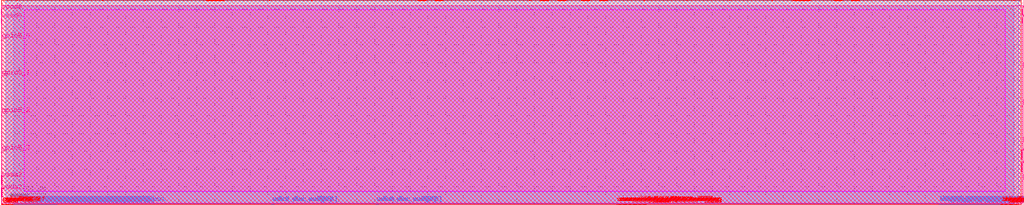
<source format=lef>
VERSION 5.7 ;
  NOWIREEXTENSIONATPIN ON ;
  DIVIDERCHAR "/" ;
  BUSBITCHARS "[]" ;
MACRO frigate_analog
  CLASS BLOCK ;
  FOREIGN frigate_analog ;
  ORIGIN 0.000 0.000 ;
  SIZE 2874.890 BY 576.590 ;
  PIN gpio5_4
    ANTENNADIFFAREA 29.000000 ;
    PORT
      LAYER met4 ;
        RECT 1.840 0.000 2.480 1.500 ;
    END
  END gpio5_4
  PIN gpio5_5
    ANTENNADIFFAREA 29.000000 ;
    PORT
      LAYER met4 ;
        RECT 4.400 0.000 5.040 1.500 ;
    END
  END gpio5_5
  PIN gpio5_6
    ANTENNADIFFAREA 29.000000 ;
    PORT
      LAYER met4 ;
        RECT 6.960 0.000 7.600 1.500 ;
    END
  END gpio5_6
  PIN gpio5_7
    ANTENNADIFFAREA 29.000000 ;
    PORT
      LAYER met4 ;
        RECT 9.520 0.000 10.160 1.500 ;
    END
  END gpio5_7
  PIN gpio6_0
    ANTENNADIFFAREA 29.000000 ;
    PORT
      LAYER met4 ;
        RECT 12.080 0.000 12.720 1.500 ;
    END
  END gpio6_0
  PIN gpio6_1
    ANTENNADIFFAREA 29.000000 ;
    PORT
      LAYER met4 ;
        RECT 14.640 0.000 15.280 1.500 ;
    END
  END gpio6_1
  PIN gpio6_2
    ANTENNADIFFAREA 29.000000 ;
    PORT
      LAYER met4 ;
        RECT 17.200 0.000 17.840 1.500 ;
    END
  END gpio6_2
  PIN gpio6_3
    ANTENNADIFFAREA 29.000000 ;
    PORT
      LAYER met4 ;
        RECT 19.760 0.000 20.400 1.500 ;
    END
  END gpio6_3
  PIN left_vref
    ANTENNAGATEAREA 16.500000 ;
    ANTENNADIFFAREA 101.500000 ;
    PORT
      LAYER met4 ;
        RECT 22.320 0.000 22.960 1.500 ;
    END
  END left_vref
  PIN gpio6_4
    ANTENNADIFFAREA 29.000000 ;
    PORT
      LAYER met4 ;
        RECT 24.880 0.000 25.520 1.500 ;
    END
  END gpio6_4
  PIN gpio6_5
    ANTENNADIFFAREA 29.000000 ;
    PORT
      LAYER met4 ;
        RECT 27.440 0.000 28.080 1.500 ;
    END
  END gpio6_5
  PIN gpio6_6
    ANTENNADIFFAREA 29.000000 ;
    PORT
      LAYER met4 ;
        RECT 30.000 0.000 30.640 1.500 ;
    END
  END gpio6_6
  PIN gpio6_7
    ANTENNADIFFAREA 29.000000 ;
    PORT
      LAYER met4 ;
        RECT 32.560 0.000 33.200 1.500 ;
    END
  END gpio6_7
  PIN adc_refl_to_gpio6_7[1]
    ANTENNAGATEAREA 0.454500 ;
    ANTENNADIFFAREA 0.202500 ;
    PORT
      LAYER met2 ;
        RECT 35.120 0.000 35.260 1.500 ;
    END
  END adc_refl_to_gpio6_7[1]
  PIN adc_refl_to_gpio6_7[0]
    ANTENNAGATEAREA 0.454500 ;
    ANTENNADIFFAREA 0.202500 ;
    PORT
      LAYER met2 ;
        RECT 35.680 0.000 35.820 1.500 ;
    END
  END adc_refl_to_gpio6_7[0]
  PIN adc_refh_to_gpio6_6[1]
    ANTENNAGATEAREA 0.454500 ;
    ANTENNADIFFAREA 0.202500 ;
    PORT
      LAYER met2 ;
        RECT 36.240 0.000 36.380 1.500 ;
    END
  END adc_refh_to_gpio6_6[1]
  PIN adc_refh_to_gpio6_6[0]
    ANTENNAGATEAREA 0.454500 ;
    ANTENNADIFFAREA 0.202500 ;
    PORT
      LAYER met2 ;
        RECT 36.800 0.000 36.940 1.500 ;
    END
  END adc_refh_to_gpio6_6[0]
  PIN adc1_to_gpio6_5[1]
    ANTENNAGATEAREA 0.454500 ;
    ANTENNADIFFAREA 0.202500 ;
    PORT
      LAYER met2 ;
        RECT 37.360 0.000 37.500 1.500 ;
    END
  END adc1_to_gpio6_5[1]
  PIN adc1_to_gpio6_5[0]
    ANTENNAGATEAREA 0.454500 ;
    ANTENNADIFFAREA 0.202500 ;
    PORT
      LAYER met2 ;
        RECT 37.920 0.000 38.060 1.500 ;
    END
  END adc1_to_gpio6_5[0]
  PIN adc0_to_gpio6_4[1]
    ANTENNAGATEAREA 0.454500 ;
    ANTENNADIFFAREA 0.202500 ;
    PORT
      LAYER met2 ;
        RECT 38.480 0.000 38.620 1.500 ;
    END
  END adc0_to_gpio6_4[1]
  PIN adc0_to_gpio6_4[0]
    ANTENNAGATEAREA 0.454500 ;
    ANTENNADIFFAREA 0.202500 ;
    PORT
      LAYER met2 ;
        RECT 39.040 0.000 39.180 1.500 ;
    END
  END adc0_to_gpio6_4[0]
  PIN comp_p_to_gpio6_2[1]
    ANTENNAGATEAREA 0.454500 ;
    ANTENNADIFFAREA 0.202500 ;
    PORT
      LAYER met2 ;
        RECT 39.600 0.000 39.740 1.500 ;
    END
  END comp_p_to_gpio6_2[1]
  PIN comp_p_to_gpio6_2[0]
    ANTENNAGATEAREA 0.454500 ;
    ANTENNADIFFAREA 0.202500 ;
    PORT
      LAYER met2 ;
        RECT 40.160 0.000 40.300 1.500 ;
    END
  END comp_p_to_gpio6_2[0]
  PIN comp_n_to_gpio6_3[1]
    ANTENNAGATEAREA 0.454500 ;
    ANTENNADIFFAREA 0.202500 ;
    PORT
      LAYER met2 ;
        RECT 40.720 0.000 40.860 1.500 ;
    END
  END comp_n_to_gpio6_3[1]
  PIN comp_n_to_gpio6_3[0]
    ANTENNAGATEAREA 0.454500 ;
    ANTENNADIFFAREA 0.202500 ;
    PORT
      LAYER met2 ;
        RECT 41.280 0.000 41.420 1.500 ;
    END
  END comp_n_to_gpio6_3[0]
  PIN ulpcomp_n_to_gpio6_1[1]
    ANTENNAGATEAREA 0.454500 ;
    ANTENNADIFFAREA 0.202500 ;
    PORT
      LAYER met2 ;
        RECT 41.840 0.000 41.980 1.500 ;
    END
  END ulpcomp_n_to_gpio6_1[1]
  PIN ulpcomp_n_to_gpio6_1[0]
    ANTENNAGATEAREA 0.454500 ;
    ANTENNADIFFAREA 0.202500 ;
    PORT
      LAYER met2 ;
        RECT 42.400 0.000 42.540 1.500 ;
    END
  END ulpcomp_n_to_gpio6_1[0]
  PIN ulpcomp_p_to_gpio6_0[1]
    ANTENNAGATEAREA 0.454500 ;
    ANTENNADIFFAREA 0.202500 ;
    PORT
      LAYER met2 ;
        RECT 42.960 0.000 43.100 1.500 ;
    END
  END ulpcomp_p_to_gpio6_0[1]
  PIN ulpcomp_p_to_gpio6_0[0]
    ANTENNAGATEAREA 0.454500 ;
    ANTENNADIFFAREA 0.202500 ;
    PORT
      LAYER met2 ;
        RECT 43.520 0.000 43.660 1.500 ;
    END
  END ulpcomp_p_to_gpio6_0[0]
  PIN left_instramp_n_to_gpio5_7[1]
    ANTENNAGATEAREA 0.454500 ;
    ANTENNADIFFAREA 0.202500 ;
    PORT
      LAYER met2 ;
        RECT 44.080 0.000 44.220 1.500 ;
    END
  END left_instramp_n_to_gpio5_7[1]
  PIN left_instramp_n_to_gpio5_7[0]
    ANTENNAGATEAREA 0.454500 ;
    ANTENNADIFFAREA 0.202500 ;
    PORT
      LAYER met2 ;
        RECT 44.640 0.000 44.780 1.500 ;
    END
  END left_instramp_n_to_gpio5_7[0]
  PIN left_instramp_p_to_gpio5_6[1]
    ANTENNAGATEAREA 0.454500 ;
    ANTENNADIFFAREA 0.202500 ;
    PORT
      LAYER met2 ;
        RECT 45.200 0.000 45.340 1.500 ;
    END
  END left_instramp_p_to_gpio5_6[1]
  PIN left_instramp_p_to_gpio5_6[0]
    ANTENNAGATEAREA 0.454500 ;
    ANTENNADIFFAREA 0.202500 ;
    PORT
      LAYER met2 ;
        RECT 45.760 0.000 45.900 1.500 ;
    END
  END left_instramp_p_to_gpio5_6[0]
  PIN left_lp_opamp_n_to_gpio5_5[1]
    ANTENNAGATEAREA 0.454500 ;
    ANTENNADIFFAREA 0.202500 ;
    PORT
      LAYER met2 ;
        RECT 46.320 0.000 46.460 1.500 ;
    END
  END left_lp_opamp_n_to_gpio5_5[1]
  PIN left_lp_opamp_n_to_gpio5_5[0]
    ANTENNAGATEAREA 0.454500 ;
    ANTENNADIFFAREA 0.202500 ;
    PORT
      LAYER met2 ;
        RECT 46.880 0.000 47.020 1.500 ;
    END
  END left_lp_opamp_n_to_gpio5_5[0]
  PIN left_lp_opamp_p_to_gpio5_4[1]
    ANTENNAGATEAREA 0.454500 ;
    ANTENNADIFFAREA 0.202500 ;
    PORT
      LAYER met2 ;
        RECT 47.440 0.000 47.580 1.500 ;
    END
  END left_lp_opamp_p_to_gpio5_4[1]
  PIN left_lp_opamp_p_to_gpio5_4[0]
    ANTENNAGATEAREA 0.454500 ;
    ANTENNADIFFAREA 0.202500 ;
    PORT
      LAYER met2 ;
        RECT 48.000 0.000 48.140 1.500 ;
    END
  END left_lp_opamp_p_to_gpio5_4[0]
  PIN left_hgbw_opamp_n_to_gpio5_3[1]
    ANTENNAGATEAREA 0.454500 ;
    ANTENNADIFFAREA 0.202500 ;
    PORT
      LAYER met2 ;
        RECT 48.560 0.000 48.700 1.500 ;
    END
  END left_hgbw_opamp_n_to_gpio5_3[1]
  PIN left_hgbw_opamp_n_to_gpio5_3[0]
    ANTENNAGATEAREA 0.454500 ;
    ANTENNADIFFAREA 0.202500 ;
    PORT
      LAYER met2 ;
        RECT 49.120 0.000 49.260 1.500 ;
    END
  END left_hgbw_opamp_n_to_gpio5_3[0]
  PIN left_hgbw_opamp_p_to_gpio5_2[1]
    ANTENNAGATEAREA 0.454500 ;
    ANTENNADIFFAREA 0.202500 ;
    PORT
      LAYER met2 ;
        RECT 49.680 0.000 49.820 1.500 ;
    END
  END left_hgbw_opamp_p_to_gpio5_2[1]
  PIN left_hgbw_opamp_p_to_gpio5_2[0]
    ANTENNAGATEAREA 0.454500 ;
    ANTENNADIFFAREA 0.202500 ;
    PORT
      LAYER met2 ;
        RECT 50.240 0.000 50.380 1.500 ;
    END
  END left_hgbw_opamp_p_to_gpio5_2[0]
  PIN right_hgbw_opamp_n_to_gpio5_1[1]
    ANTENNAGATEAREA 0.454500 ;
    ANTENNADIFFAREA 0.202500 ;
    PORT
      LAYER met2 ;
        RECT 50.800 0.000 50.940 1.500 ;
    END
  END right_hgbw_opamp_n_to_gpio5_1[1]
  PIN right_hgbw_opamp_n_to_gpio5_1[0]
    ANTENNAGATEAREA 0.454500 ;
    ANTENNADIFFAREA 0.202500 ;
    PORT
      LAYER met2 ;
        RECT 51.360 0.000 51.500 1.500 ;
    END
  END right_hgbw_opamp_n_to_gpio5_1[0]
  PIN right_hgbw_opamp_p_to_gpio5_0[1]
    ANTENNAGATEAREA 0.454500 ;
    ANTENNADIFFAREA 0.202500 ;
    PORT
      LAYER met2 ;
        RECT 51.920 0.000 52.060 1.500 ;
    END
  END right_hgbw_opamp_p_to_gpio5_0[1]
  PIN right_hgbw_opamp_p_to_gpio5_0[0]
    ANTENNAGATEAREA 0.454500 ;
    ANTENNADIFFAREA 0.202500 ;
    PORT
      LAYER met2 ;
        RECT 52.480 0.000 52.620 1.500 ;
    END
  END right_hgbw_opamp_p_to_gpio5_0[0]
  PIN right_lp_opamp_to_gpio4_7[1]
    ANTENNAGATEAREA 0.454500 ;
    ANTENNADIFFAREA 0.202500 ;
    PORT
      LAYER met2 ;
        RECT 53.040 0.000 53.180 1.500 ;
    END
  END right_lp_opamp_to_gpio4_7[1]
  PIN right_lp_opamp_to_gpio4_7[0]
    ANTENNAGATEAREA 0.454500 ;
    ANTENNADIFFAREA 0.202500 ;
    PORT
      LAYER met2 ;
        RECT 53.600 0.000 53.740 1.500 ;
    END
  END right_lp_opamp_to_gpio4_7[0]
  PIN right_hgbw_opamp_to_gpio4_6[1]
    ANTENNAGATEAREA 0.454500 ;
    ANTENNADIFFAREA 0.202500 ;
    PORT
      LAYER met2 ;
        RECT 54.160 0.000 54.300 1.500 ;
    END
  END right_hgbw_opamp_to_gpio4_6[1]
  PIN right_hgbw_opamp_to_gpio4_6[0]
    ANTENNAGATEAREA 0.454500 ;
    ANTENNADIFFAREA 0.202500 ;
    PORT
      LAYER met2 ;
        RECT 54.720 0.000 54.860 1.500 ;
    END
  END right_hgbw_opamp_to_gpio4_6[0]
  PIN left_hgbw_opamp_to_gpio4_5[1]
    ANTENNAGATEAREA 0.454500 ;
    ANTENNADIFFAREA 0.202500 ;
    PORT
      LAYER met2 ;
        RECT 55.280 0.000 55.420 1.500 ;
    END
  END left_hgbw_opamp_to_gpio4_5[1]
  PIN left_hgbw_opamp_to_gpio4_5[0]
    ANTENNAGATEAREA 0.454500 ;
    ANTENNADIFFAREA 0.202500 ;
    PORT
      LAYER met2 ;
        RECT 55.840 0.000 55.980 1.500 ;
    END
  END left_hgbw_opamp_to_gpio4_5[0]
  PIN left_instramp_to_gpio4_4[1]
    ANTENNAGATEAREA 0.454500 ;
    ANTENNADIFFAREA 0.202500 ;
    PORT
      LAYER met2 ;
        RECT 56.400 0.000 56.540 1.500 ;
    END
  END left_instramp_to_gpio4_4[1]
  PIN left_instramp_to_gpio4_4[0]
    ANTENNAGATEAREA 0.454500 ;
    ANTENNADIFFAREA 0.202500 ;
    PORT
      LAYER met2 ;
        RECT 56.960 0.000 57.100 1.500 ;
    END
  END left_instramp_to_gpio4_4[0]
  PIN right_lp_opamp_to_gpio4_3[1]
    ANTENNAGATEAREA 0.454500 ;
    ANTENNADIFFAREA 0.202500 ;
    PORT
      LAYER met2 ;
        RECT 58.640 0.000 58.780 1.500 ;
    END
  END right_lp_opamp_to_gpio4_3[1]
  PIN right_lp_opamp_to_gpio4_3[0]
    ANTENNAGATEAREA 0.454500 ;
    ANTENNADIFFAREA 0.202500 ;
    PORT
      LAYER met2 ;
        RECT 59.200 0.000 59.340 1.500 ;
    END
  END right_lp_opamp_to_gpio4_3[0]
  PIN right_hgbw_opamp_to_gpio4_2[1]
    ANTENNAGATEAREA 0.454500 ;
    ANTENNADIFFAREA 0.202500 ;
    PORT
      LAYER met2 ;
        RECT 59.760 0.000 59.900 1.500 ;
    END
  END right_hgbw_opamp_to_gpio4_2[1]
  PIN right_hgbw_opamp_to_gpio4_2[0]
    ANTENNAGATEAREA 0.454500 ;
    ANTENNADIFFAREA 0.202500 ;
    PORT
      LAYER met2 ;
        RECT 60.320 0.000 60.460 1.500 ;
    END
  END right_hgbw_opamp_to_gpio4_2[0]
  PIN left_hgbw_opamp_to_gpio4_1[1]
    ANTENNAGATEAREA 0.454500 ;
    ANTENNADIFFAREA 0.202500 ;
    PORT
      LAYER met2 ;
        RECT 60.880 0.000 61.020 1.500 ;
    END
  END left_hgbw_opamp_to_gpio4_1[1]
  PIN left_hgbw_opamp_to_gpio4_1[0]
    ANTENNAGATEAREA 0.454500 ;
    ANTENNADIFFAREA 0.202500 ;
    PORT
      LAYER met2 ;
        RECT 61.440 0.000 61.580 1.500 ;
    END
  END left_hgbw_opamp_to_gpio4_1[0]
  PIN left_lp_opamp_to_gpio4_0[1]
    ANTENNAGATEAREA 0.454500 ;
    ANTENNADIFFAREA 0.202500 ;
    PORT
      LAYER met2 ;
        RECT 62.000 0.000 62.140 1.500 ;
    END
  END left_lp_opamp_to_gpio4_0[1]
  PIN left_lp_opamp_to_gpio4_0[0]
    ANTENNAGATEAREA 0.454500 ;
    ANTENNADIFFAREA 0.202500 ;
    PORT
      LAYER met2 ;
        RECT 62.560 0.000 62.700 1.500 ;
    END
  END left_lp_opamp_to_gpio4_0[0]
  PIN left_instramp_to_ulpcomp_p[1]
    ANTENNAGATEAREA 0.454500 ;
    ANTENNADIFFAREA 0.202500 ;
    PORT
      LAYER met2 ;
        RECT 63.120 0.000 63.260 1.500 ;
    END
  END left_instramp_to_ulpcomp_p[1]
  PIN left_instramp_to_ulpcomp_p[0]
    ANTENNAGATEAREA 0.454500 ;
    ANTENNADIFFAREA 0.202500 ;
    PORT
      LAYER met2 ;
        RECT 63.680 0.000 63.820 1.500 ;
    END
  END left_instramp_to_ulpcomp_p[0]
  PIN left_instramp_to_comp_p[1]
    ANTENNAGATEAREA 0.454500 ;
    ANTENNADIFFAREA 0.202500 ;
    PORT
      LAYER met2 ;
        RECT 64.240 0.000 64.380 1.500 ;
    END
  END left_instramp_to_comp_p[1]
  PIN left_instramp_to_comp_p[0]
    ANTENNAGATEAREA 0.454500 ;
    ANTENNADIFFAREA 0.202500 ;
    PORT
      LAYER met2 ;
        RECT 64.800 0.000 64.940 1.500 ;
    END
  END left_instramp_to_comp_p[0]
  PIN left_instramp_to_adc0[1]
    ANTENNAGATEAREA 0.454500 ;
    ANTENNADIFFAREA 0.202500 ;
    PORT
      LAYER met2 ;
        RECT 65.360 0.000 65.500 1.500 ;
    END
  END left_instramp_to_adc0[1]
  PIN left_instramp_to_adc0[0]
    ANTENNAGATEAREA 0.454500 ;
    ANTENNADIFFAREA 0.202500 ;
    PORT
      LAYER met2 ;
        RECT 65.920 0.000 66.060 1.500 ;
    END
  END left_instramp_to_adc0[0]
  PIN left_instramp_to_analog1[1]
    ANTENNAGATEAREA 0.454500 ;
    ANTENNADIFFAREA 0.202500 ;
    PORT
      LAYER met2 ;
        RECT 66.480 0.000 66.620 1.500 ;
    END
  END left_instramp_to_analog1[1]
  PIN left_instramp_to_analog1[0]
    ANTENNAGATEAREA 0.454500 ;
    ANTENNADIFFAREA 0.202500 ;
    PORT
      LAYER met2 ;
        RECT 67.040 0.000 67.180 1.500 ;
    END
  END left_instramp_to_analog1[0]
  PIN left_instramp_to_amuxbusB[1]
    ANTENNAGATEAREA 0.454500 ;
    ANTENNADIFFAREA 0.202500 ;
    PORT
      LAYER met2 ;
        RECT 67.600 0.000 67.740 1.500 ;
    END
  END left_instramp_to_amuxbusB[1]
  PIN left_instramp_to_amuxbusB[0]
    ANTENNAGATEAREA 0.454500 ;
    ANTENNADIFFAREA 0.202500 ;
    PORT
      LAYER met2 ;
        RECT 68.160 0.000 68.300 1.500 ;
    END
  END left_instramp_to_amuxbusB[0]
  PIN left_instramp_n_to_analog1
    ANTENNAGATEAREA 0.454500 ;
    ANTENNADIFFAREA 0.202500 ;
    PORT
      LAYER met2 ;
        RECT 68.720 0.000 68.860 1.500 ;
    END
  END left_instramp_n_to_analog1
  PIN left_instramp_n_to_amuxbusB
    ANTENNAGATEAREA 0.454500 ;
    ANTENNADIFFAREA 0.202500 ;
    PORT
      LAYER met2 ;
        RECT 69.280 0.000 69.420 1.500 ;
    END
  END left_instramp_n_to_amuxbusB
  PIN right_lp_opamp_to_ulpcomp_p[1]
    ANTENNAGATEAREA 0.454500 ;
    ANTENNADIFFAREA 0.202500 ;
    PORT
      LAYER met2 ;
        RECT 69.840 0.000 69.980 1.500 ;
    END
  END right_lp_opamp_to_ulpcomp_p[1]
  PIN right_lp_opamp_to_ulpcomp_p[0]
    ANTENNAGATEAREA 0.454500 ;
    ANTENNADIFFAREA 0.202500 ;
    PORT
      LAYER met2 ;
        RECT 70.400 0.000 70.540 1.500 ;
    END
  END right_lp_opamp_to_ulpcomp_p[0]
  PIN right_lp_opamp_to_comp_p[1]
    ANTENNAGATEAREA 0.454500 ;
    ANTENNADIFFAREA 0.202500 ;
    PORT
      LAYER met2 ;
        RECT 70.960 0.000 71.100 1.500 ;
    END
  END right_lp_opamp_to_comp_p[1]
  PIN right_lp_opamp_to_comp_p[0]
    ANTENNAGATEAREA 0.454500 ;
    ANTENNADIFFAREA 0.202500 ;
    PORT
      LAYER met2 ;
        RECT 71.520 0.000 71.660 1.500 ;
    END
  END right_lp_opamp_to_comp_p[0]
  PIN right_lp_opamp_to_adc0[1]
    ANTENNAGATEAREA 0.454500 ;
    ANTENNADIFFAREA 0.202500 ;
    PORT
      LAYER met2 ;
        RECT 72.080 0.000 72.220 1.500 ;
    END
  END right_lp_opamp_to_adc0[1]
  PIN right_lp_opamp_to_adc0[0]
    ANTENNAGATEAREA 0.454500 ;
    ANTENNADIFFAREA 0.202500 ;
    PORT
      LAYER met2 ;
        RECT 72.640 0.000 72.780 1.500 ;
    END
  END right_lp_opamp_to_adc0[0]
  PIN right_hgbw_opamp_to_ulpcomp_n[1]
    ANTENNAGATEAREA 0.454500 ;
    ANTENNADIFFAREA 0.202500 ;
    PORT
      LAYER met2 ;
        RECT 73.200 0.000 73.340 1.500 ;
    END
  END right_hgbw_opamp_to_ulpcomp_n[1]
  PIN right_hgbw_opamp_to_ulpcomp_n[0]
    ANTENNAGATEAREA 0.454500 ;
    ANTENNADIFFAREA 0.202500 ;
    PORT
      LAYER met2 ;
        RECT 73.760 0.000 73.900 1.500 ;
    END
  END right_hgbw_opamp_to_ulpcomp_n[0]
  PIN right_hgbw_opamp_to_comp_n[1]
    ANTENNAGATEAREA 0.454500 ;
    ANTENNADIFFAREA 0.202500 ;
    PORT
      LAYER met2 ;
        RECT 74.320 0.000 74.460 1.500 ;
    END
  END right_hgbw_opamp_to_comp_n[1]
  PIN right_hgbw_opamp_to_comp_n[0]
    ANTENNAGATEAREA 0.454500 ;
    ANTENNADIFFAREA 0.202500 ;
    PORT
      LAYER met2 ;
        RECT 74.880 0.000 75.020 1.500 ;
    END
  END right_hgbw_opamp_to_comp_n[0]
  PIN right_hgbw_opamp_to_adc1[1]
    ANTENNAGATEAREA 0.454500 ;
    ANTENNADIFFAREA 0.202500 ;
    PORT
      LAYER met2 ;
        RECT 75.440 0.000 75.580 1.500 ;
    END
  END right_hgbw_opamp_to_adc1[1]
  PIN right_hgbw_opamp_to_adc1[0]
    ANTENNAGATEAREA 0.454500 ;
    ANTENNADIFFAREA 0.202500 ;
    PORT
      LAYER met2 ;
        RECT 76.000 0.000 76.140 1.500 ;
    END
  END right_hgbw_opamp_to_adc1[0]
  PIN right_instramp_to_ulpcomp_n[1]
    ANTENNAGATEAREA 0.454500 ;
    ANTENNADIFFAREA 0.202500 ;
    PORT
      LAYER met2 ;
        RECT 76.560 0.000 76.700 1.500 ;
    END
  END right_instramp_to_ulpcomp_n[1]
  PIN right_instramp_to_ulpcomp_n[0]
    ANTENNAGATEAREA 0.454500 ;
    ANTENNADIFFAREA 0.202500 ;
    PORT
      LAYER met2 ;
        RECT 77.120 0.000 77.260 1.500 ;
    END
  END right_instramp_to_ulpcomp_n[0]
  PIN right_instramp_to_comp_n[1]
    ANTENNAGATEAREA 0.454500 ;
    ANTENNADIFFAREA 0.202500 ;
    PORT
      LAYER met2 ;
        RECT 77.680 0.000 77.820 1.500 ;
    END
  END right_instramp_to_comp_n[1]
  PIN right_instramp_to_comp_n[0]
    ANTENNAGATEAREA 0.454500 ;
    ANTENNADIFFAREA 0.202500 ;
    PORT
      LAYER met2 ;
        RECT 78.240 0.000 78.380 1.500 ;
    END
  END right_instramp_to_comp_n[0]
  PIN right_instramp_to_adc1[1]
    ANTENNAGATEAREA 0.454500 ;
    ANTENNADIFFAREA 0.202500 ;
    PORT
      LAYER met2 ;
        RECT 78.800 0.000 78.940 1.500 ;
    END
  END right_instramp_to_adc1[1]
  PIN right_instramp_to_adc1[0]
    ANTENNAGATEAREA 0.454500 ;
    ANTENNADIFFAREA 0.202500 ;
    PORT
      LAYER met2 ;
        RECT 79.360 0.000 79.500 1.500 ;
    END
  END right_instramp_to_adc1[0]
  PIN left_instramp_p_to_analog0
    ANTENNAGATEAREA 0.454500 ;
    ANTENNADIFFAREA 0.202500 ;
    PORT
      LAYER met2 ;
        RECT 79.920 0.000 80.060 1.500 ;
    END
  END left_instramp_p_to_analog0
  PIN left_instramp_p_to_amuxbusA
    ANTENNAGATEAREA 0.454500 ;
    ANTENNADIFFAREA 0.202500 ;
    PORT
      LAYER met2 ;
        RECT 80.480 0.000 80.620 1.500 ;
    END
  END left_instramp_p_to_amuxbusA
  PIN left_hgbw_opamp_to_ulpcomp_p[1]
    ANTENNAGATEAREA 0.454500 ;
    ANTENNADIFFAREA 0.202500 ;
    PORT
      LAYER met2 ;
        RECT 81.040 0.000 81.180 1.500 ;
    END
  END left_hgbw_opamp_to_ulpcomp_p[1]
  PIN left_hgbw_opamp_to_ulpcomp_p[0]
    ANTENNAGATEAREA 0.454500 ;
    ANTENNADIFFAREA 0.202500 ;
    PORT
      LAYER met2 ;
        RECT 81.600 0.000 81.740 1.500 ;
    END
  END left_hgbw_opamp_to_ulpcomp_p[0]
  PIN left_hgbw_opamp_to_comp_p[1]
    ANTENNAGATEAREA 0.454500 ;
    ANTENNADIFFAREA 0.202500 ;
    PORT
      LAYER met2 ;
        RECT 82.160 0.000 82.300 1.500 ;
    END
  END left_hgbw_opamp_to_comp_p[1]
  PIN left_hgbw_opamp_to_comp_p[0]
    ANTENNAGATEAREA 0.454500 ;
    ANTENNADIFFAREA 0.202500 ;
    PORT
      LAYER met2 ;
        RECT 82.720 0.000 82.860 1.500 ;
    END
  END left_hgbw_opamp_to_comp_p[0]
  PIN left_hgbw_opamp_to_adc0[1]
    ANTENNAGATEAREA 0.454500 ;
    ANTENNADIFFAREA 0.202500 ;
    PORT
      LAYER met2 ;
        RECT 83.280 0.000 83.420 1.500 ;
    END
  END left_hgbw_opamp_to_adc0[1]
  PIN left_hgbw_opamp_to_adc0[0]
    ANTENNAGATEAREA 0.454500 ;
    ANTENNADIFFAREA 0.202500 ;
    PORT
      LAYER met2 ;
        RECT 83.840 0.000 83.980 1.500 ;
    END
  END left_hgbw_opamp_to_adc0[0]
  PIN left_hgbw_opamp_to_analog1[1]
    ANTENNAGATEAREA 0.454500 ;
    ANTENNADIFFAREA 0.202500 ;
    PORT
      LAYER met2 ;
        RECT 84.400 0.000 84.540 1.500 ;
    END
  END left_hgbw_opamp_to_analog1[1]
  PIN left_hgbw_opamp_to_analog1[0]
    ANTENNAGATEAREA 0.454500 ;
    ANTENNADIFFAREA 0.202500 ;
    PORT
      LAYER met2 ;
        RECT 84.960 0.000 85.100 1.500 ;
    END
  END left_hgbw_opamp_to_analog1[0]
  PIN left_hgbw_opamp_to_amuxbusB[1]
    ANTENNAGATEAREA 0.454500 ;
    ANTENNADIFFAREA 0.202500 ;
    PORT
      LAYER met2 ;
        RECT 85.520 0.000 85.660 1.500 ;
    END
  END left_hgbw_opamp_to_amuxbusB[1]
  PIN left_hgbw_opamp_to_amuxbusB[0]
    ANTENNAGATEAREA 0.454500 ;
    ANTENNADIFFAREA 0.202500 ;
    PORT
      LAYER met2 ;
        RECT 86.080 0.000 86.220 1.500 ;
    END
  END left_hgbw_opamp_to_amuxbusB[0]
  PIN left_hgbw_opamp_p_to_dac0
    ANTENNAGATEAREA 0.454500 ;
    ANTENNADIFFAREA 0.202500 ;
    PORT
      LAYER met2 ;
        RECT 86.640 0.000 86.780 1.500 ;
    END
  END left_hgbw_opamp_p_to_dac0
  PIN left_hgbw_opamp_p_to_analog0
    ANTENNAGATEAREA 0.454500 ;
    ANTENNADIFFAREA 0.202500 ;
    PORT
      LAYER met2 ;
        RECT 87.200 0.000 87.340 1.500 ;
    END
  END left_hgbw_opamp_p_to_analog0
  PIN left_hgbw_opamp_p_to_amuxbusA
    ANTENNAGATEAREA 0.454500 ;
    ANTENNADIFFAREA 0.202500 ;
    PORT
      LAYER met2 ;
        RECT 87.760 0.000 87.900 1.500 ;
    END
  END left_hgbw_opamp_p_to_amuxbusA
  PIN left_hgbw_opamp_p_to_rheostat_out
    ANTENNAGATEAREA 0.454500 ;
    ANTENNADIFFAREA 0.202500 ;
    PORT
      LAYER met2 ;
        RECT 88.320 0.000 88.460 1.500 ;
    END
  END left_hgbw_opamp_p_to_rheostat_out
  PIN left_hgbw_opamp_n_to_dac1
    ANTENNAGATEAREA 0.454500 ;
    ANTENNADIFFAREA 0.202500 ;
    PORT
      LAYER met2 ;
        RECT 88.880 0.000 89.020 1.500 ;
    END
  END left_hgbw_opamp_n_to_dac1
  PIN left_hgbw_opamp_n_to_analog1
    ANTENNAGATEAREA 0.454500 ;
    ANTENNADIFFAREA 0.202500 ;
    PORT
      LAYER met2 ;
        RECT 89.440 0.000 89.580 1.500 ;
    END
  END left_hgbw_opamp_n_to_analog1
  PIN left_hgbw_opamp_n_to_amuxbusB
    ANTENNAGATEAREA 0.454500 ;
    ANTENNADIFFAREA 0.202500 ;
    PORT
      LAYER met2 ;
        RECT 90.000 0.000 90.140 1.500 ;
    END
  END left_hgbw_opamp_n_to_amuxbusB
  PIN left_hgbw_opamp_n_to_rheostat_out
    ANTENNAGATEAREA 0.454500 ;
    ANTENNADIFFAREA 0.202500 ;
    PORT
      LAYER met2 ;
        RECT 90.560 0.000 90.700 1.500 ;
    END
  END left_hgbw_opamp_n_to_rheostat_out
  PIN left_hgbw_opamp_n_to_rheostat_tap
    ANTENNAGATEAREA 0.454500 ;
    ANTENNADIFFAREA 0.202500 ;
    PORT
      LAYER met2 ;
        RECT 91.120 0.000 91.260 1.500 ;
    END
  END left_hgbw_opamp_n_to_rheostat_tap
  PIN left_lp_opamp_to_ulpcomp_n[1]
    ANTENNAGATEAREA 0.454500 ;
    ANTENNADIFFAREA 0.202500 ;
    PORT
      LAYER met2 ;
        RECT 91.680 0.000 91.820 1.500 ;
    END
  END left_lp_opamp_to_ulpcomp_n[1]
  PIN left_lp_opamp_to_ulpcomp_n[0]
    ANTENNAGATEAREA 0.454500 ;
    ANTENNADIFFAREA 0.202500 ;
    PORT
      LAYER met2 ;
        RECT 92.240 0.000 92.380 1.500 ;
    END
  END left_lp_opamp_to_ulpcomp_n[0]
  PIN left_lp_opamp_to_comp_n[1]
    ANTENNAGATEAREA 0.454500 ;
    ANTENNADIFFAREA 0.202500 ;
    PORT
      LAYER met2 ;
        RECT 92.800 0.000 92.940 1.500 ;
    END
  END left_lp_opamp_to_comp_n[1]
  PIN left_lp_opamp_to_comp_n[0]
    ANTENNAGATEAREA 0.454500 ;
    ANTENNADIFFAREA 0.202500 ;
    PORT
      LAYER met2 ;
        RECT 93.360 0.000 93.500 1.500 ;
    END
  END left_lp_opamp_to_comp_n[0]
  PIN left_lp_opamp_to_adc1[1]
    ANTENNAGATEAREA 0.454500 ;
    ANTENNADIFFAREA 0.202500 ;
    PORT
      LAYER met2 ;
        RECT 93.920 0.000 94.060 1.500 ;
    END
  END left_lp_opamp_to_adc1[1]
  PIN left_lp_opamp_to_adc1[0]
    ANTENNAGATEAREA 0.454500 ;
    ANTENNADIFFAREA 0.202500 ;
    PORT
      LAYER met2 ;
        RECT 94.480 0.000 94.620 1.500 ;
    END
  END left_lp_opamp_to_adc1[0]
  PIN left_lp_opamp_to_analog0[1]
    ANTENNAGATEAREA 0.454500 ;
    ANTENNADIFFAREA 0.202500 ;
    PORT
      LAYER met2 ;
        RECT 95.040 0.000 95.180 1.500 ;
    END
  END left_lp_opamp_to_analog0[1]
  PIN left_lp_opamp_to_analog0[0]
    ANTENNAGATEAREA 0.454500 ;
    ANTENNADIFFAREA 0.202500 ;
    PORT
      LAYER met2 ;
        RECT 95.600 0.000 95.740 1.500 ;
    END
  END left_lp_opamp_to_analog0[0]
  PIN left_lp_opamp_to_amuxbusA[1]
    ANTENNAGATEAREA 0.454500 ;
    ANTENNADIFFAREA 0.202500 ;
    PORT
      LAYER met2 ;
        RECT 96.160 0.000 96.300 1.500 ;
    END
  END left_lp_opamp_to_amuxbusA[1]
  PIN left_lp_opamp_to_amuxbusA[0]
    ANTENNAGATEAREA 0.454500 ;
    ANTENNADIFFAREA 0.202500 ;
    PORT
      LAYER met2 ;
        RECT 96.720 0.000 96.860 1.500 ;
    END
  END left_lp_opamp_to_amuxbusA[0]
  PIN left_lp_opamp_p_to_dac0
    ANTENNAGATEAREA 0.454500 ;
    ANTENNADIFFAREA 0.202500 ;
    PORT
      LAYER met2 ;
        RECT 97.280 0.000 97.420 1.500 ;
    END
  END left_lp_opamp_p_to_dac0
  PIN left_lp_opamp_p_to_analog0
    ANTENNAGATEAREA 0.454500 ;
    ANTENNADIFFAREA 0.202500 ;
    PORT
      LAYER met2 ;
        RECT 97.840 0.000 97.980 1.500 ;
    END
  END left_lp_opamp_p_to_analog0
  PIN left_lp_opamp_p_to_amuxbusA
    ANTENNAGATEAREA 0.454500 ;
    ANTENNADIFFAREA 0.202500 ;
    PORT
      LAYER met2 ;
        RECT 98.400 0.000 98.540 1.500 ;
    END
  END left_lp_opamp_p_to_amuxbusA
  PIN left_lp_opamp_p_to_rheostat_out
    ANTENNAGATEAREA 0.454500 ;
    ANTENNADIFFAREA 0.202500 ;
    PORT
      LAYER met2 ;
        RECT 98.960 0.000 99.100 1.500 ;
    END
  END left_lp_opamp_p_to_rheostat_out
  PIN left_lp_opamp_n_to_dac1
    ANTENNAGATEAREA 0.454500 ;
    ANTENNADIFFAREA 0.202500 ;
    PORT
      LAYER met2 ;
        RECT 99.520 0.000 99.660 1.500 ;
    END
  END left_lp_opamp_n_to_dac1
  PIN left_lp_opamp_n_to_analog1
    ANTENNAGATEAREA 0.454500 ;
    ANTENNADIFFAREA 0.202500 ;
    PORT
      LAYER met2 ;
        RECT 100.080 0.000 100.220 1.500 ;
    END
  END left_lp_opamp_n_to_analog1
  PIN left_lp_opamp_n_to_amuxbusB
    ANTENNAGATEAREA 0.454500 ;
    ANTENNADIFFAREA 0.202500 ;
    PORT
      LAYER met2 ;
        RECT 100.640 0.000 100.780 1.500 ;
    END
  END left_lp_opamp_n_to_amuxbusB
  PIN left_lp_opamp_n_to_rheostat_out
    ANTENNAGATEAREA 0.454500 ;
    ANTENNADIFFAREA 0.202500 ;
    PORT
      LAYER met2 ;
        RECT 101.200 0.000 101.340 1.500 ;
    END
  END left_lp_opamp_n_to_rheostat_out
  PIN left_lp_opamp_n_to_rheostat_tap
    ANTENNAGATEAREA 0.454500 ;
    ANTENNADIFFAREA 0.202500 ;
    PORT
      LAYER met2 ;
        RECT 101.760 0.000 101.900 1.500 ;
    END
  END left_lp_opamp_n_to_rheostat_tap
  PIN adc0_to_dac0
    ANTENNAGATEAREA 0.454500 ;
    ANTENNADIFFAREA 0.202500 ;
    PORT
      LAYER met2 ;
        RECT 104.560 0.000 104.700 1.500 ;
    END
  END adc0_to_dac0
  PIN adc0_to_analog1
    ANTENNAGATEAREA 0.454500 ;
    ANTENNADIFFAREA 0.202500 ;
    PORT
      LAYER met2 ;
        RECT 105.120 0.000 105.260 1.500 ;
    END
  END adc0_to_analog1
  PIN adc1_to_dac1
    ANTENNAGATEAREA 0.454500 ;
    ANTENNADIFFAREA 0.202500 ;
    PORT
      LAYER met2 ;
        RECT 105.680 0.000 105.820 1.500 ;
    END
  END adc1_to_dac1
  PIN adc1_to_analog0
    ANTENNAGATEAREA 0.454500 ;
    ANTENNADIFFAREA 0.202500 ;
    PORT
      LAYER met2 ;
        RECT 106.240 0.000 106.380 1.500 ;
    END
  END adc1_to_analog0
  PIN vdda1_pwr_good
    ANTENNADIFFAREA 1.260000 ;
    PORT
      LAYER met2 ;
        RECT 107.920 0.000 108.060 1.500 ;
    END
  END vdda1_pwr_good
  PIN vccd1_pwr_good
    ANTENNADIFFAREA 1.260000 ;
    PORT
      LAYER met2 ;
        RECT 108.480 0.000 108.620 1.500 ;
    END
  END vccd1_pwr_good
  PIN vdda2_pwr_good
    ANTENNADIFFAREA 1.260000 ;
    PORT
      LAYER met2 ;
        RECT 109.040 0.000 109.180 1.500 ;
    END
  END vdda2_pwr_good
  PIN vccd2_pwr_good
    ANTENNADIFFAREA 1.260000 ;
    PORT
      LAYER met2 ;
        RECT 109.600 0.000 109.740 1.500 ;
    END
  END vccd2_pwr_good
  PIN audiodac_in
    ANTENNAGATEAREA 3.000000 ;
    PORT
      LAYER met2 ;
        RECT 110.160 0.000 110.300 1.500 ;
    END
  END audiodac_in
  PIN adc0_dac_val[15]
    PORT
      LAYER met2 ;
        RECT 1061.400 0.000 1061.540 1.500 ;
    END
  END adc0_dac_val[15]
  PIN adc0_comp_out
    ANTENNADIFFAREA 4.350000 ;
    PORT
      LAYER met2 ;
        RECT 111.280 0.000 111.420 1.500 ;
    END
  END adc0_comp_out
  PIN adc0_hold
    ANTENNAGATEAREA 0.612000 ;
    ANTENNADIFFAREA 0.360000 ;
    PORT
      LAYER met2 ;
        RECT 111.840 0.000 111.980 1.500 ;
    END
  END adc0_hold
  PIN adc0_reset
    ANTENNAGATEAREA 0.909000 ;
    ANTENNADIFFAREA 0.405000 ;
    PORT
      LAYER met2 ;
        RECT 112.400 0.000 112.540 1.500 ;
    END
  END adc0_reset
  PIN adc1_dac_val[15]
    PORT
      LAYER met2 ;
        RECT 767.440 0.000 767.580 1.500 ;
    END
  END adc1_dac_val[15]
  PIN adc1_comp_out
    ANTENNADIFFAREA 4.350000 ;
    PORT
      LAYER met2 ;
        RECT 112.960 0.000 113.100 1.500 ;
    END
  END adc1_comp_out
  PIN adc1_hold
    ANTENNAGATEAREA 0.612000 ;
    ANTENNADIFFAREA 0.360000 ;
    PORT
      LAYER met2 ;
        RECT 113.520 0.000 113.660 1.500 ;
    END
  END adc1_hold
  PIN adc1_reset
    ANTENNAGATEAREA 0.909000 ;
    ANTENNADIFFAREA 0.405000 ;
    PORT
      LAYER met2 ;
        RECT 114.080 0.000 114.220 1.500 ;
    END
  END adc1_reset
  PIN tempsense_ena
    ANTENNAGATEAREA 31.202499 ;
    ANTENNADIFFAREA 0.202500 ;
    PORT
      LAYER met2 ;
        RECT 114.640 0.000 114.780 1.500 ;
    END
  END tempsense_ena
  PIN rdac0_ena
    ANTENNAGATEAREA 0.702500 ;
    ANTENNADIFFAREA 0.202500 ;
    PORT
      LAYER met2 ;
        RECT 115.200 0.000 115.340 1.500 ;
    END
  END rdac0_ena
  PIN rdac0_value[11]
    PORT
      LAYER met2 ;
        RECT 115.760 0.000 115.900 1.500 ;
    END
  END rdac0_value[11]
  PIN rdac0_value[10]
    PORT
      LAYER met2 ;
        RECT 116.320 0.000 116.460 1.500 ;
    END
  END rdac0_value[10]
  PIN rdac0_value[9]
    PORT
      LAYER met2 ;
        RECT 116.880 0.000 117.020 1.500 ;
    END
  END rdac0_value[9]
  PIN rdac0_value[8]
    PORT
      LAYER met2 ;
        RECT 117.440 0.000 117.580 1.500 ;
    END
  END rdac0_value[8]
  PIN rdac0_value[7]
    ANTENNAGATEAREA 0.454500 ;
    ANTENNADIFFAREA 0.202500 ;
    PORT
      LAYER met2 ;
        RECT 118.000 0.000 118.140 1.500 ;
    END
  END rdac0_value[7]
  PIN rdac0_value[6]
    ANTENNAGATEAREA 0.454500 ;
    ANTENNADIFFAREA 0.202500 ;
    PORT
      LAYER met2 ;
        RECT 118.560 0.000 118.700 1.500 ;
    END
  END rdac0_value[6]
  PIN rdac0_value[5]
    ANTENNAGATEAREA 0.454500 ;
    ANTENNADIFFAREA 0.202500 ;
    PORT
      LAYER met2 ;
        RECT 119.120 0.000 119.260 1.500 ;
    END
  END rdac0_value[5]
  PIN rdac0_value[4]
    ANTENNAGATEAREA 0.454500 ;
    ANTENNADIFFAREA 0.202500 ;
    PORT
      LAYER met2 ;
        RECT 119.680 0.000 119.820 1.500 ;
    END
  END rdac0_value[4]
  PIN rdac0_value[3]
    ANTENNAGATEAREA 0.454500 ;
    ANTENNADIFFAREA 0.202500 ;
    PORT
      LAYER met2 ;
        RECT 120.240 0.000 120.380 1.500 ;
    END
  END rdac0_value[3]
  PIN rdac0_value[2]
    ANTENNAGATEAREA 0.454500 ;
    ANTENNADIFFAREA 0.202500 ;
    PORT
      LAYER met2 ;
        RECT 120.800 0.000 120.940 1.500 ;
    END
  END rdac0_value[2]
  PIN rdac0_value[1]
    ANTENNAGATEAREA 0.454500 ;
    ANTENNADIFFAREA 0.202500 ;
    PORT
      LAYER met2 ;
        RECT 121.360 0.000 121.500 1.500 ;
    END
  END rdac0_value[1]
  PIN rdac0_value[0]
    ANTENNAGATEAREA 0.454500 ;
    ANTENNADIFFAREA 0.202500 ;
    PORT
      LAYER met2 ;
        RECT 121.920 0.000 122.060 1.500 ;
    END
  END rdac0_value[0]
  PIN rdac1_ena
    ANTENNAGATEAREA 0.702500 ;
    ANTENNADIFFAREA 0.202500 ;
    PORT
      LAYER met2 ;
        RECT 122.480 0.000 122.620 1.500 ;
    END
  END rdac1_ena
  PIN rdac1_value[11]
    PORT
      LAYER met2 ;
        RECT 123.040 0.000 123.180 1.500 ;
    END
  END rdac1_value[11]
  PIN rdac1_value[10]
    PORT
      LAYER met2 ;
        RECT 123.600 0.000 123.740 1.500 ;
    END
  END rdac1_value[10]
  PIN rdac1_value[9]
    PORT
      LAYER met2 ;
        RECT 124.160 0.000 124.300 1.500 ;
    END
  END rdac1_value[9]
  PIN rdac1_value[8]
    PORT
      LAYER met2 ;
        RECT 124.720 0.000 124.860 1.500 ;
    END
  END rdac1_value[8]
  PIN rdac1_value[7]
    ANTENNAGATEAREA 0.454500 ;
    ANTENNADIFFAREA 0.202500 ;
    PORT
      LAYER met2 ;
        RECT 125.280 0.000 125.420 1.500 ;
    END
  END rdac1_value[7]
  PIN rdac1_value[6]
    ANTENNAGATEAREA 0.454500 ;
    ANTENNADIFFAREA 0.202500 ;
    PORT
      LAYER met2 ;
        RECT 125.840 0.000 125.980 1.500 ;
    END
  END rdac1_value[6]
  PIN rdac1_value[5]
    ANTENNAGATEAREA 0.454500 ;
    ANTENNADIFFAREA 0.202500 ;
    PORT
      LAYER met2 ;
        RECT 126.400 0.000 126.540 1.500 ;
    END
  END rdac1_value[5]
  PIN rdac1_value[4]
    ANTENNAGATEAREA 0.454500 ;
    ANTENNADIFFAREA 0.202500 ;
    PORT
      LAYER met2 ;
        RECT 126.960 0.000 127.100 1.500 ;
    END
  END rdac1_value[4]
  PIN rdac1_value[3]
    ANTENNAGATEAREA 0.454500 ;
    ANTENNADIFFAREA 0.202500 ;
    PORT
      LAYER met2 ;
        RECT 127.520 0.000 127.660 1.500 ;
    END
  END rdac1_value[3]
  PIN rdac1_value[2]
    ANTENNAGATEAREA 0.454500 ;
    ANTENNADIFFAREA 0.202500 ;
    PORT
      LAYER met2 ;
        RECT 128.080 0.000 128.220 1.500 ;
    END
  END rdac1_value[2]
  PIN rdac1_value[1]
    ANTENNAGATEAREA 0.454500 ;
    ANTENNADIFFAREA 0.202500 ;
    PORT
      LAYER met2 ;
        RECT 128.640 0.000 128.780 1.500 ;
    END
  END rdac1_value[1]
  PIN rdac1_value[0]
    ANTENNAGATEAREA 0.454500 ;
    ANTENNADIFFAREA 0.202500 ;
    PORT
      LAYER met2 ;
        RECT 129.200 0.000 129.340 1.500 ;
    END
  END rdac1_value[0]
  PIN adc0_ena
    ANTENNAGATEAREA 0.612000 ;
    ANTENNADIFFAREA 0.360000 ;
    PORT
      LAYER met2 ;
        RECT 129.760 0.000 129.900 1.500 ;
    END
  END adc0_ena
  PIN adc1_ena
    ANTENNAGATEAREA 0.612000 ;
    ANTENNADIFFAREA 0.360000 ;
    PORT
      LAYER met2 ;
        RECT 130.320 0.000 130.460 1.500 ;
    END
  END adc1_ena
  PIN left_instramp_ena
    ANTENNAGATEAREA 0.859200 ;
    ANTENNADIFFAREA 0.607200 ;
    PORT
      LAYER met2 ;
        RECT 130.880 0.000 131.020 1.500 ;
    END
  END left_instramp_ena
  PIN left_instramp_G1[4]
    ANTENNAGATEAREA 0.859200 ;
    ANTENNADIFFAREA 0.607200 ;
    PORT
      LAYER met2 ;
        RECT 131.440 0.000 131.580 1.500 ;
    END
  END left_instramp_G1[4]
  PIN left_instramp_G1[3]
    ANTENNAGATEAREA 0.859200 ;
    ANTENNADIFFAREA 0.607200 ;
    PORT
      LAYER met2 ;
        RECT 132.000 0.000 132.140 1.500 ;
    END
  END left_instramp_G1[3]
  PIN left_instramp_G1[2]
    ANTENNAGATEAREA 0.859200 ;
    ANTENNADIFFAREA 0.607200 ;
    PORT
      LAYER met2 ;
        RECT 132.560 0.000 132.700 1.500 ;
    END
  END left_instramp_G1[2]
  PIN left_instramp_G1[1]
    ANTENNAGATEAREA 0.859200 ;
    ANTENNADIFFAREA 0.607200 ;
    PORT
      LAYER met2 ;
        RECT 133.120 0.000 133.260 1.500 ;
    END
  END left_instramp_G1[1]
  PIN left_instramp_G1[0]
    ANTENNAGATEAREA 0.859200 ;
    ANTENNADIFFAREA 0.607200 ;
    PORT
      LAYER met2 ;
        RECT 133.680 0.000 133.820 1.500 ;
    END
  END left_instramp_G1[0]
  PIN left_instramp_G2[4]
    ANTENNAGATEAREA 0.859200 ;
    ANTENNADIFFAREA 0.607200 ;
    PORT
      LAYER met2 ;
        RECT 134.240 0.000 134.380 1.500 ;
    END
  END left_instramp_G2[4]
  PIN left_instramp_G2[3]
    ANTENNAGATEAREA 0.859200 ;
    ANTENNADIFFAREA 0.607200 ;
    PORT
      LAYER met2 ;
        RECT 134.800 0.000 134.940 1.500 ;
    END
  END left_instramp_G2[3]
  PIN left_instramp_G2[2]
    ANTENNAGATEAREA 0.859200 ;
    ANTENNADIFFAREA 0.607200 ;
    PORT
      LAYER met2 ;
        RECT 135.360 0.000 135.500 1.500 ;
    END
  END left_instramp_G2[2]
  PIN left_instramp_G2[1]
    ANTENNAGATEAREA 0.859200 ;
    ANTENNADIFFAREA 0.607200 ;
    PORT
      LAYER met2 ;
        RECT 135.920 0.000 136.060 1.500 ;
    END
  END left_instramp_G2[1]
  PIN left_instramp_G2[0]
    ANTENNAGATEAREA 0.859200 ;
    ANTENNADIFFAREA 0.607200 ;
    PORT
      LAYER met2 ;
        RECT 136.480 0.000 136.620 1.500 ;
    END
  END left_instramp_G2[0]
  PIN left_hgbw_opamp_ena
    ANTENNAGATEAREA 0.661600 ;
    ANTENNADIFFAREA 0.211600 ;
    PORT
      LAYER met2 ;
        RECT 137.040 0.000 137.180 1.500 ;
    END
  END left_hgbw_opamp_ena
  PIN left_lp_opamp_ena
    ANTENNAGATEAREA 0.661600 ;
    ANTENNADIFFAREA 0.211600 ;
    PORT
      LAYER met2 ;
        RECT 137.600 0.000 137.740 1.500 ;
    END
  END left_lp_opamp_ena
  PIN left_rheostat1_b[7]
    ANTENNAGATEAREA 0.454500 ;
    ANTENNADIFFAREA 0.202500 ;
    PORT
      LAYER met2 ;
        RECT 138.160 0.000 138.300 1.500 ;
    END
  END left_rheostat1_b[7]
  PIN left_rheostat1_b[6]
    ANTENNAGATEAREA 0.454500 ;
    ANTENNADIFFAREA 0.202500 ;
    PORT
      LAYER met2 ;
        RECT 138.720 0.000 138.860 1.500 ;
    END
  END left_rheostat1_b[6]
  PIN left_rheostat1_b[5]
    ANTENNAGATEAREA 0.454500 ;
    ANTENNADIFFAREA 0.202500 ;
    PORT
      LAYER met2 ;
        RECT 139.280 0.000 139.420 1.500 ;
    END
  END left_rheostat1_b[5]
  PIN left_rheostat1_b[4]
    ANTENNAGATEAREA 0.454500 ;
    ANTENNADIFFAREA 0.202500 ;
    PORT
      LAYER met2 ;
        RECT 139.840 0.000 139.980 1.500 ;
    END
  END left_rheostat1_b[4]
  PIN left_rheostat1_b[3]
    ANTENNAGATEAREA 0.454500 ;
    ANTENNADIFFAREA 0.202500 ;
    PORT
      LAYER met2 ;
        RECT 140.400 0.000 140.540 1.500 ;
    END
  END left_rheostat1_b[3]
  PIN left_rheostat1_b[2]
    ANTENNAGATEAREA 0.454500 ;
    ANTENNADIFFAREA 0.202500 ;
    PORT
      LAYER met2 ;
        RECT 140.960 0.000 141.100 1.500 ;
    END
  END left_rheostat1_b[2]
  PIN left_rheostat1_b[1]
    ANTENNAGATEAREA 0.454500 ;
    ANTENNADIFFAREA 0.202500 ;
    PORT
      LAYER met2 ;
        RECT 141.520 0.000 141.660 1.500 ;
    END
  END left_rheostat1_b[1]
  PIN left_rheostat1_b[0]
    ANTENNAGATEAREA 0.454500 ;
    ANTENNADIFFAREA 0.202500 ;
    PORT
      LAYER met2 ;
        RECT 142.080 0.000 142.220 1.500 ;
    END
  END left_rheostat1_b[0]
  PIN left_rheostat2_b[7]
    ANTENNAGATEAREA 0.454500 ;
    ANTENNADIFFAREA 0.202500 ;
    PORT
      LAYER met2 ;
        RECT 142.640 0.000 142.780 1.500 ;
    END
  END left_rheostat2_b[7]
  PIN left_rheostat2_b[6]
    ANTENNAGATEAREA 0.454500 ;
    ANTENNADIFFAREA 0.202500 ;
    PORT
      LAYER met2 ;
        RECT 143.200 0.000 143.340 1.500 ;
    END
  END left_rheostat2_b[6]
  PIN left_rheostat2_b[5]
    ANTENNAGATEAREA 0.454500 ;
    ANTENNADIFFAREA 0.202500 ;
    PORT
      LAYER met2 ;
        RECT 143.760 0.000 143.900 1.500 ;
    END
  END left_rheostat2_b[5]
  PIN left_rheostat2_b[4]
    ANTENNAGATEAREA 0.454500 ;
    ANTENNADIFFAREA 0.202500 ;
    PORT
      LAYER met2 ;
        RECT 144.320 0.000 144.460 1.500 ;
    END
  END left_rheostat2_b[4]
  PIN left_rheostat2_b[3]
    ANTENNAGATEAREA 0.454500 ;
    ANTENNADIFFAREA 0.202500 ;
    PORT
      LAYER met2 ;
        RECT 144.880 0.000 145.020 1.500 ;
    END
  END left_rheostat2_b[3]
  PIN left_rheostat2_b[2]
    ANTENNAGATEAREA 0.454500 ;
    ANTENNADIFFAREA 0.202500 ;
    PORT
      LAYER met2 ;
        RECT 145.440 0.000 145.580 1.500 ;
    END
  END left_rheostat2_b[2]
  PIN left_rheostat2_b[1]
    ANTENNAGATEAREA 0.454500 ;
    ANTENNADIFFAREA 0.202500 ;
    PORT
      LAYER met2 ;
        RECT 146.000 0.000 146.140 1.500 ;
    END
  END left_rheostat2_b[1]
  PIN left_rheostat2_b[0]
    ANTENNAGATEAREA 0.454500 ;
    ANTENNADIFFAREA 0.202500 ;
    PORT
      LAYER met2 ;
        RECT 146.560 0.000 146.700 1.500 ;
    END
  END left_rheostat2_b[0]
  PIN analog0_connect[1]
    ANTENNAGATEAREA 0.454500 ;
    ANTENNADIFFAREA 0.202500 ;
    PORT
      LAYER met2 ;
        RECT 147.120 0.000 147.260 1.500 ;
    END
  END analog0_connect[1]
  PIN analog0_connect[0]
    ANTENNAGATEAREA 0.454500 ;
    ANTENNADIFFAREA 0.202500 ;
    PORT
      LAYER met2 ;
        RECT 147.680 0.000 147.820 1.500 ;
    END
  END analog0_connect[0]
  PIN analog1_connect[1]
    ANTENNAGATEAREA 0.454500 ;
    ANTENNADIFFAREA 0.202500 ;
    PORT
      LAYER met2 ;
        RECT 148.240 0.000 148.380 1.500 ;
    END
  END analog1_connect[1]
  PIN analog1_connect[0]
    ANTENNAGATEAREA 0.454500 ;
    ANTENNADIFFAREA 0.202500 ;
    PORT
      LAYER met2 ;
        RECT 148.800 0.000 148.940 1.380 ;
    END
  END analog1_connect[0]
  PIN user_voutref
    ANTENNADIFFAREA 10.150000 ;
    PORT
      LAYER met4 ;
        RECT 1731.280 0.000 1731.920 1.500 ;
    END
  END user_voutref
  PIN user_vinref
    ANTENNADIFFAREA 10.150000 ;
    PORT
      LAYER met4 ;
        RECT 1733.840 0.000 1734.480 1.500 ;
    END
  END user_vinref
  PIN user_left_vref
    ANTENNADIFFAREA 10.150000 ;
    PORT
      LAYER met4 ;
        RECT 1736.400 0.000 1737.040 1.500 ;
    END
  END user_left_vref
  PIN user_right_vref
    ANTENNADIFFAREA 10.150000 ;
    PORT
      LAYER met4 ;
        RECT 1738.960 0.000 1739.600 1.500 ;
    END
  END user_right_vref
  PIN user_tempsense
    ANTENNADIFFAREA 10.150000 ;
    PORT
      LAYER met4 ;
        RECT 1741.520 0.000 1742.160 1.500 ;
    END
  END user_tempsense
  PIN user_dac0
    ANTENNADIFFAREA 10.150000 ;
    PORT
      LAYER met4 ;
        RECT 1744.080 0.000 1744.720 1.500 ;
    END
  END user_dac0
  PIN user_dac1
    ANTENNADIFFAREA 10.150000 ;
    PORT
      LAYER met4 ;
        RECT 1746.640 0.000 1747.280 1.500 ;
    END
  END user_dac1
  PIN user_vbgtc
    ANTENNADIFFAREA 10.150000 ;
    PORT
      LAYER met4 ;
        RECT 1749.200 0.000 1749.840 1.500 ;
    END
  END user_vbgtc
  PIN user_vbgsc
    ANTENNADIFFAREA 10.150000 ;
    PORT
      LAYER met4 ;
        RECT 1751.760 0.000 1752.400 1.500 ;
    END
  END user_vbgsc
  PIN user_adc0
    ANTENNADIFFAREA 5.800000 ;
    PORT
      LAYER met4 ;
        RECT 1759.440 0.000 1760.080 1.500 ;
    END
  END user_adc0
  PIN user_adc1
    ANTENNADIFFAREA 5.800000 ;
    PORT
      LAYER met4 ;
        RECT 1762.000 0.000 1762.640 1.500 ;
    END
  END user_adc1
  PIN user_comp_n
    ANTENNADIFFAREA 5.800000 ;
    PORT
      LAYER met4 ;
        RECT 1764.560 0.000 1765.200 1.500 ;
    END
  END user_comp_n
  PIN user_comp_p
    ANTENNADIFFAREA 5.800000 ;
    PORT
      LAYER met4 ;
        RECT 1767.120 0.000 1767.760 1.500 ;
    END
  END user_comp_p
  PIN user_ulpcomp_n
    ANTENNADIFFAREA 5.800000 ;
    PORT
      LAYER met4 ;
        RECT 1769.680 0.000 1770.320 1.500 ;
    END
  END user_ulpcomp_n
  PIN user_ulpcomp_p
    ANTENNADIFFAREA 5.800000 ;
    PORT
      LAYER met4 ;
        RECT 1772.240 0.000 1772.880 1.500 ;
    END
  END user_ulpcomp_p
  PIN user_gpio4_7_analog
    PORT
      LAYER met4 ;
        RECT 1774.800 0.000 1775.440 1.500 ;
    END
  END user_gpio4_7_analog
  PIN user_gpio4_6_analog
    PORT
      LAYER met4 ;
        RECT 1777.360 0.000 1778.000 1.500 ;
    END
  END user_gpio4_6_analog
  PIN user_gpio4_5_analog
    PORT
      LAYER met4 ;
        RECT 1779.920 0.000 1780.560 1.500 ;
    END
  END user_gpio4_5_analog
  PIN user_gpio4_4_analog
    PORT
      LAYER met4 ;
        RECT 1782.480 0.000 1783.120 1.500 ;
    END
  END user_gpio4_4_analog
  PIN user_gpio4_3_analog
    PORT
      LAYER met4 ;
        RECT 1785.040 0.000 1785.680 1.500 ;
    END
  END user_gpio4_3_analog
  PIN user_gpio4_2_analog
    PORT
      LAYER met4 ;
        RECT 1787.600 0.000 1788.240 1.500 ;
    END
  END user_gpio4_2_analog
  PIN user_gpio4_1_analog
    PORT
      LAYER met4 ;
        RECT 1790.160 0.000 1790.800 1.500 ;
    END
  END user_gpio4_1_analog
  PIN user_gpio4_0_analog
    PORT
      LAYER met4 ;
        RECT 1792.720 0.000 1793.360 1.500 ;
    END
  END user_gpio4_0_analog
  PIN user_gpio3_7_analog
    PORT
      LAYER met4 ;
        RECT 1795.280 0.000 1795.920 1.500 ;
    END
  END user_gpio3_7_analog
  PIN user_gpio3_6_analog
    PORT
      LAYER met4 ;
        RECT 1797.840 0.000 1798.480 1.500 ;
    END
  END user_gpio3_6_analog
  PIN user_gpio3_5_analog
    PORT
      LAYER met4 ;
        RECT 1800.400 0.000 1801.040 1.500 ;
    END
  END user_gpio3_5_analog
  PIN user_gpio3_4_analog
    PORT
      LAYER met4 ;
        RECT 1802.960 0.000 1803.600 1.500 ;
    END
  END user_gpio3_4_analog
  PIN user_gpio3_3_analog
    PORT
      LAYER met4 ;
        RECT 1805.520 0.000 1806.160 1.500 ;
    END
  END user_gpio3_3_analog
  PIN user_gpio3_2_analog
    PORT
      LAYER met4 ;
        RECT 1808.080 0.000 1808.720 1.500 ;
    END
  END user_gpio3_2_analog
  PIN user_gpio3_1_analog
    PORT
      LAYER met4 ;
        RECT 1810.640 0.000 1811.280 1.500 ;
    END
  END user_gpio3_1_analog
  PIN user_gpio3_0_analog
    PORT
      LAYER met4 ;
        RECT 1813.200 0.000 1813.840 1.500 ;
    END
  END user_gpio3_0_analog
  PIN comp_out
    ANTENNADIFFAREA 0.870000 ;
    PORT
      LAYER met2 ;
        RECT 2639.280 0.000 2639.420 1.500 ;
    END
  END comp_out
  PIN ulpcomp_out
    ANTENNADIFFAREA 0.870000 ;
    PORT
      LAYER met2 ;
        RECT 2639.840 0.000 2639.980 1.500 ;
    END
  END ulpcomp_out
  PIN overvoltage_out
    ANTENNADIFFAREA 2.030000 ;
    PORT
      LAYER met2 ;
        RECT 2640.400 0.000 2640.540 1.500 ;
    END
  END overvoltage_out
  PIN comp_ena
    ANTENNAGATEAREA 2.000000 ;
    PORT
      LAYER met2 ;
        RECT 2640.960 0.000 2641.100 1.500 ;
    END
  END comp_ena
  PIN comp_trim[5]
    ANTENNAGATEAREA 2.000000 ;
    PORT
      LAYER met2 ;
        RECT 2641.520 0.000 2641.660 1.500 ;
    END
  END comp_trim[5]
  PIN comp_trim[4]
    ANTENNAGATEAREA 2.000000 ;
    PORT
      LAYER met2 ;
        RECT 2642.080 0.000 2642.220 1.500 ;
    END
  END comp_trim[4]
  PIN comp_trim[3]
    ANTENNAGATEAREA 2.000000 ;
    PORT
      LAYER met2 ;
        RECT 2642.640 0.000 2642.780 1.500 ;
    END
  END comp_trim[3]
  PIN comp_trim[2]
    ANTENNAGATEAREA 2.000000 ;
    PORT
      LAYER met2 ;
        RECT 2643.200 0.000 2643.340 1.500 ;
    END
  END comp_trim[2]
  PIN comp_trim[1]
    ANTENNAGATEAREA 2.000000 ;
    PORT
      LAYER met2 ;
        RECT 2643.760 0.000 2643.900 1.500 ;
    END
  END comp_trim[1]
  PIN comp_trim[0]
    ANTENNAGATEAREA 2.000000 ;
    PORT
      LAYER met2 ;
        RECT 2644.320 0.000 2644.460 1.500 ;
    END
  END comp_trim[0]
  PIN comp_hyst[1]
    ANTENNAGATEAREA 2.000000 ;
    PORT
      LAYER met2 ;
        RECT 2644.880 0.000 2645.020 1.500 ;
    END
  END comp_hyst[1]
  PIN comp_hyst[0]
    ANTENNAGATEAREA 2.000000 ;
    PORT
      LAYER met2 ;
        RECT 2645.440 0.000 2645.580 1.500 ;
    END
  END comp_hyst[0]
  PIN ulpcomp_ena
    ANTENNAGATEAREA 1.500000 ;
    PORT
      LAYER met2 ;
        RECT 2646.000 0.000 2646.140 1.500 ;
    END
  END ulpcomp_ena
  PIN ulpcomp_clk
    ANTENNAGATEAREA 1.500000 ;
    PORT
      LAYER met2 ;
        RECT 2646.560 0.000 2646.700 1.500 ;
    END
  END ulpcomp_clk
  PIN bandgap_ena
    ANTENNAGATEAREA 0.929700 ;
    ANTENNADIFFAREA 0.434700 ;
    PORT
      LAYER met2 ;
        RECT 2647.120 0.000 2647.260 1.500 ;
    END
  END bandgap_ena
  PIN bandgap_trim[15]
    ANTENNAGATEAREA 1.000000 ;
    PORT
      LAYER met2 ;
        RECT 2647.680 0.000 2647.820 1.500 ;
    END
  END bandgap_trim[15]
  PIN bandgap_trim[14]
    ANTENNAGATEAREA 1.000000 ;
    PORT
      LAYER met2 ;
        RECT 2648.240 0.000 2648.380 1.500 ;
    END
  END bandgap_trim[14]
  PIN bandgap_trim[13]
    ANTENNAGATEAREA 1.000000 ;
    PORT
      LAYER met2 ;
        RECT 2648.800 0.000 2648.940 1.500 ;
    END
  END bandgap_trim[13]
  PIN bandgap_trim[12]
    ANTENNAGATEAREA 1.000000 ;
    PORT
      LAYER met2 ;
        RECT 2649.360 0.000 2649.500 1.500 ;
    END
  END bandgap_trim[12]
  PIN bandgap_trim[11]
    ANTENNAGATEAREA 1.000000 ;
    PORT
      LAYER met2 ;
        RECT 2649.920 0.000 2650.060 1.500 ;
    END
  END bandgap_trim[11]
  PIN bandgap_trim[10]
    ANTENNAGATEAREA 1.000000 ;
    PORT
      LAYER met2 ;
        RECT 2650.480 0.000 2650.620 1.500 ;
    END
  END bandgap_trim[10]
  PIN bandgap_trim[9]
    ANTENNAGATEAREA 1.000000 ;
    PORT
      LAYER met2 ;
        RECT 2651.040 0.000 2651.180 1.500 ;
    END
  END bandgap_trim[9]
  PIN bandgap_trim[8]
    ANTENNAGATEAREA 1.000000 ;
    PORT
      LAYER met2 ;
        RECT 2651.600 0.000 2651.740 1.500 ;
    END
  END bandgap_trim[8]
  PIN bandgap_trim[7]
    ANTENNAGATEAREA 1.000000 ;
    PORT
      LAYER met2 ;
        RECT 2652.160 0.000 2652.300 1.500 ;
    END
  END bandgap_trim[7]
  PIN bandgap_trim[6]
    ANTENNAGATEAREA 1.000000 ;
    PORT
      LAYER met2 ;
        RECT 2652.720 0.000 2652.860 1.500 ;
    END
  END bandgap_trim[6]
  PIN bandgap_trim[5]
    ANTENNAGATEAREA 1.000000 ;
    PORT
      LAYER met2 ;
        RECT 2653.280 0.000 2653.420 1.500 ;
    END
  END bandgap_trim[5]
  PIN bandgap_trim[4]
    ANTENNAGATEAREA 1.000000 ;
    PORT
      LAYER met2 ;
        RECT 2653.840 0.000 2653.980 1.500 ;
    END
  END bandgap_trim[4]
  PIN bandgap_trim[3]
    ANTENNAGATEAREA 1.631200 ;
    ANTENNADIFFAREA 0.434700 ;
    PORT
      LAYER met2 ;
        RECT 2654.400 0.000 2654.540 1.500 ;
    END
  END bandgap_trim[3]
  PIN bandgap_trim[2]
    ANTENNAGATEAREA 1.631200 ;
    ANTENNADIFFAREA 0.434700 ;
    PORT
      LAYER met2 ;
        RECT 2654.960 0.000 2655.100 1.500 ;
    END
  END bandgap_trim[2]
  PIN bandgap_trim[1]
    ANTENNAGATEAREA 1.631200 ;
    ANTENNADIFFAREA 0.434700 ;
    PORT
      LAYER met2 ;
        RECT 2655.520 0.000 2655.660 1.500 ;
    END
  END bandgap_trim[1]
  PIN bandgap_trim[0]
    ANTENNAGATEAREA 1.631200 ;
    ANTENNADIFFAREA 0.434700 ;
    PORT
      LAYER met2 ;
        RECT 2656.080 0.000 2656.220 1.500 ;
    END
  END bandgap_trim[0]
  PIN ldo_ena
    ANTENNAGATEAREA 0.252000 ;
    PORT
      LAYER met2 ;
        RECT 2656.640 0.000 2656.780 1.500 ;
    END
  END ldo_ena
  PIN ibias_ena
    ANTENNAGATEAREA 0.859200 ;
    ANTENNADIFFAREA 0.607200 ;
    PORT
      LAYER met2 ;
        RECT 2657.200 0.000 2657.340 1.500 ;
    END
  END ibias_ena
  PIN ibias_src_ena[23]
    ANTENNAGATEAREA 0.859200 ;
    ANTENNADIFFAREA 0.607200 ;
    PORT
      LAYER met2 ;
        RECT 2657.760 0.000 2657.900 1.500 ;
    END
  END ibias_src_ena[23]
  PIN ibias_src_ena[22]
    ANTENNAGATEAREA 0.859200 ;
    ANTENNADIFFAREA 0.607200 ;
    PORT
      LAYER met2 ;
        RECT 2658.320 0.000 2658.460 1.500 ;
    END
  END ibias_src_ena[22]
  PIN ibias_src_ena[21]
    ANTENNAGATEAREA 0.859200 ;
    ANTENNADIFFAREA 0.607200 ;
    PORT
      LAYER met2 ;
        RECT 2658.880 0.000 2659.020 1.500 ;
    END
  END ibias_src_ena[21]
  PIN ibias_src_ena[20]
    ANTENNAGATEAREA 0.859200 ;
    ANTENNADIFFAREA 0.607200 ;
    PORT
      LAYER met2 ;
        RECT 2659.440 0.000 2659.580 1.500 ;
    END
  END ibias_src_ena[20]
  PIN ibias_src_ena[19]
    ANTENNAGATEAREA 0.859200 ;
    ANTENNADIFFAREA 0.607200 ;
    PORT
      LAYER met2 ;
        RECT 2660.000 0.000 2660.140 1.500 ;
    END
  END ibias_src_ena[19]
  PIN ibias_src_ena[18]
    ANTENNAGATEAREA 0.859200 ;
    ANTENNADIFFAREA 0.607200 ;
    PORT
      LAYER met2 ;
        RECT 2660.560 0.000 2660.700 1.500 ;
    END
  END ibias_src_ena[18]
  PIN ibias_src_ena[17]
    ANTENNAGATEAREA 0.859200 ;
    ANTENNADIFFAREA 0.607200 ;
    PORT
      LAYER met2 ;
        RECT 2661.120 0.000 2661.260 1.500 ;
    END
  END ibias_src_ena[17]
  PIN ibias_src_ena[16]
    ANTENNAGATEAREA 0.859200 ;
    ANTENNADIFFAREA 0.607200 ;
    PORT
      LAYER met2 ;
        RECT 2661.680 0.000 2661.820 1.500 ;
    END
  END ibias_src_ena[16]
  PIN ibias_src_ena[15]
    ANTENNAGATEAREA 0.859200 ;
    ANTENNADIFFAREA 0.607200 ;
    PORT
      LAYER met2 ;
        RECT 2662.240 0.000 2662.380 1.500 ;
    END
  END ibias_src_ena[15]
  PIN ibias_src_ena[14]
    ANTENNAGATEAREA 0.859200 ;
    ANTENNADIFFAREA 0.607200 ;
    PORT
      LAYER met2 ;
        RECT 2662.800 0.000 2662.940 1.500 ;
    END
  END ibias_src_ena[14]
  PIN ibias_src_ena[13]
    ANTENNAGATEAREA 0.859200 ;
    ANTENNADIFFAREA 0.607200 ;
    PORT
      LAYER met2 ;
        RECT 2663.360 0.000 2663.500 1.500 ;
    END
  END ibias_src_ena[13]
  PIN ibias_src_ena[12]
    ANTENNAGATEAREA 0.859200 ;
    ANTENNADIFFAREA 0.607200 ;
    PORT
      LAYER met2 ;
        RECT 2663.920 0.000 2664.060 1.500 ;
    END
  END ibias_src_ena[12]
  PIN ibias_src_ena[11]
    ANTENNAGATEAREA 0.859200 ;
    ANTENNADIFFAREA 0.607200 ;
    PORT
      LAYER met2 ;
        RECT 2664.480 0.000 2664.620 1.500 ;
    END
  END ibias_src_ena[11]
  PIN ibias_src_ena[10]
    ANTENNAGATEAREA 0.859200 ;
    ANTENNADIFFAREA 0.607200 ;
    PORT
      LAYER met2 ;
        RECT 2665.040 0.000 2665.180 1.500 ;
    END
  END ibias_src_ena[10]
  PIN ibias_src_ena[9]
    ANTENNAGATEAREA 0.859200 ;
    ANTENNADIFFAREA 0.607200 ;
    PORT
      LAYER met2 ;
        RECT 2665.600 0.000 2665.740 1.500 ;
    END
  END ibias_src_ena[9]
  PIN ibias_src_ena[8]
    ANTENNAGATEAREA 0.859200 ;
    ANTENNADIFFAREA 0.607200 ;
    PORT
      LAYER met2 ;
        RECT 2666.160 0.000 2666.300 1.500 ;
    END
  END ibias_src_ena[8]
  PIN ibias_src_ena[7]
    ANTENNAGATEAREA 0.859200 ;
    ANTENNADIFFAREA 0.607200 ;
    PORT
      LAYER met2 ;
        RECT 2666.720 0.000 2666.860 1.500 ;
    END
  END ibias_src_ena[7]
  PIN ibias_src_ena[6]
    ANTENNAGATEAREA 0.859200 ;
    ANTENNADIFFAREA 0.607200 ;
    PORT
      LAYER met2 ;
        RECT 2667.280 0.000 2667.420 1.500 ;
    END
  END ibias_src_ena[6]
  PIN ibias_src_ena[5]
    ANTENNAGATEAREA 0.859200 ;
    ANTENNADIFFAREA 0.607200 ;
    PORT
      LAYER met2 ;
        RECT 2667.840 0.000 2667.980 1.500 ;
    END
  END ibias_src_ena[5]
  PIN ibias_src_ena[4]
    ANTENNAGATEAREA 0.859200 ;
    ANTENNADIFFAREA 0.607200 ;
    PORT
      LAYER met2 ;
        RECT 2668.400 0.000 2668.540 1.500 ;
    END
  END ibias_src_ena[4]
  PIN ibias_src_ena[3]
    ANTENNAGATEAREA 0.859200 ;
    ANTENNADIFFAREA 0.607200 ;
    PORT
      LAYER met2 ;
        RECT 2668.960 0.000 2669.100 1.500 ;
    END
  END ibias_src_ena[3]
  PIN ibias_src_ena[2]
    ANTENNAGATEAREA 0.859200 ;
    ANTENNADIFFAREA 0.607200 ;
    PORT
      LAYER met2 ;
        RECT 2669.520 0.000 2669.660 1.500 ;
    END
  END ibias_src_ena[2]
  PIN ibias_src_ena[1]
    ANTENNAGATEAREA 0.859200 ;
    ANTENNADIFFAREA 0.607200 ;
    PORT
      LAYER met2 ;
        RECT 2670.080 0.000 2670.220 1.500 ;
    END
  END ibias_src_ena[1]
  PIN ibias_src_ena[0]
    ANTENNAGATEAREA 0.859200 ;
    ANTENNADIFFAREA 0.607200 ;
    PORT
      LAYER met2 ;
        RECT 2670.640 0.000 2670.780 1.500 ;
    END
  END ibias_src_ena[0]
  PIN ibias_snk_ena[3]
    ANTENNAGATEAREA 0.859200 ;
    ANTENNADIFFAREA 0.607200 ;
    PORT
      LAYER met2 ;
        RECT 2671.200 0.000 2671.340 1.500 ;
    END
  END ibias_snk_ena[3]
  PIN ibias_snk_ena[2]
    ANTENNAGATEAREA 0.859200 ;
    ANTENNADIFFAREA 0.607200 ;
    PORT
      LAYER met2 ;
        RECT 2671.760 0.000 2671.900 1.500 ;
    END
  END ibias_snk_ena[2]
  PIN ibias_snk_ena[1]
    ANTENNAGATEAREA 0.859200 ;
    ANTENNADIFFAREA 0.607200 ;
    PORT
      LAYER met2 ;
        RECT 2672.320 0.000 2672.460 1.500 ;
    END
  END ibias_snk_ena[1]
  PIN ibias_snk_ena[0]
    ANTENNAGATEAREA 0.859200 ;
    ANTENNADIFFAREA 0.607200 ;
    PORT
      LAYER met2 ;
        RECT 2672.880 0.000 2673.020 1.500 ;
    END
  END ibias_snk_ena[0]
  PIN ibias_ref_select
    ANTENNAGATEAREA 1.718400 ;
    ANTENNADIFFAREA 1.214400 ;
    PORT
      LAYER met2 ;
        RECT 2673.440 0.000 2673.580 1.500 ;
    END
  END ibias_ref_select
  PIN overvoltage_ena
    ANTENNAGATEAREA 26.629999 ;
    ANTENNADIFFAREA 0.630000 ;
    PORT
      LAYER met2 ;
        RECT 2674.000 0.000 2674.140 1.500 ;
    END
  END overvoltage_ena
  PIN overvoltage_trim[3]
    ANTENNAGATEAREA 12.315000 ;
    ANTENNADIFFAREA 0.315000 ;
    PORT
      LAYER met2 ;
        RECT 2674.560 0.000 2674.700 1.500 ;
    END
  END overvoltage_trim[3]
  PIN overvoltage_trim[2]
    ANTENNAGATEAREA 12.315000 ;
    ANTENNADIFFAREA 0.315000 ;
    PORT
      LAYER met2 ;
        RECT 2675.120 0.000 2675.260 1.500 ;
    END
  END overvoltage_trim[2]
  PIN overvoltage_trim[1]
    ANTENNAGATEAREA 12.315000 ;
    ANTENNADIFFAREA 0.315000 ;
    PORT
      LAYER met2 ;
        RECT 2675.680 0.000 2675.820 1.500 ;
    END
  END overvoltage_trim[1]
  PIN overvoltage_trim[0]
    ANTENNAGATEAREA 12.315000 ;
    ANTENNADIFFAREA 0.315000 ;
    PORT
      LAYER met2 ;
        RECT 2676.240 0.000 2676.380 1.500 ;
    END
  END overvoltage_trim[0]
  PIN idac_value[11]
    PORT
      LAYER met2 ;
        RECT 2676.800 0.000 2676.940 1.500 ;
    END
  END idac_value[11]
  PIN idac_value[10]
    PORT
      LAYER met2 ;
        RECT 2677.360 0.000 2677.500 1.500 ;
    END
  END idac_value[10]
  PIN idac_value[9]
    PORT
      LAYER met2 ;
        RECT 2677.920 0.000 2678.060 1.500 ;
    END
  END idac_value[9]
  PIN idac_value[8]
    PORT
      LAYER met2 ;
        RECT 2678.480 0.000 2678.620 1.500 ;
    END
  END idac_value[8]
  PIN idac_value[7]
    ANTENNAGATEAREA 0.859200 ;
    ANTENNADIFFAREA 0.607200 ;
    PORT
      LAYER met2 ;
        RECT 2679.040 0.000 2679.180 1.500 ;
    END
  END idac_value[7]
  PIN idac_value[6]
    ANTENNAGATEAREA 0.859200 ;
    ANTENNADIFFAREA 0.607200 ;
    PORT
      LAYER met2 ;
        RECT 2679.600 0.000 2679.740 1.500 ;
    END
  END idac_value[6]
  PIN idac_value[5]
    ANTENNAGATEAREA 0.859200 ;
    ANTENNADIFFAREA 0.607200 ;
    PORT
      LAYER met2 ;
        RECT 2680.160 0.000 2680.300 1.500 ;
    END
  END idac_value[5]
  PIN idac_value[4]
    ANTENNAGATEAREA 0.859200 ;
    ANTENNADIFFAREA 0.607200 ;
    PORT
      LAYER met2 ;
        RECT 2680.720 0.000 2680.860 1.500 ;
    END
  END idac_value[4]
  PIN idac_value[3]
    ANTENNAGATEAREA 0.859200 ;
    ANTENNADIFFAREA 0.607200 ;
    PORT
      LAYER met2 ;
        RECT 2681.280 0.000 2681.420 1.500 ;
    END
  END idac_value[3]
  PIN idac_value[2]
    ANTENNAGATEAREA 0.859200 ;
    ANTENNADIFFAREA 0.607200 ;
    PORT
      LAYER met2 ;
        RECT 2681.840 0.000 2681.980 1.500 ;
    END
  END idac_value[2]
  PIN idac_value[1]
    ANTENNAGATEAREA 0.859200 ;
    ANTENNADIFFAREA 0.607200 ;
    PORT
      LAYER met2 ;
        RECT 2682.400 0.000 2682.540 1.500 ;
    END
  END idac_value[1]
  PIN idac_value[0]
    ANTENNAGATEAREA 0.859200 ;
    ANTENNADIFFAREA 0.607200 ;
    PORT
      LAYER met2 ;
        RECT 2682.960 0.000 2683.100 1.500 ;
    END
  END idac_value[0]
  PIN idac_ena
    ANTENNAGATEAREA 0.859200 ;
    ANTENNADIFFAREA 0.607200 ;
    PORT
      LAYER met2 ;
        RECT 2683.520 0.000 2683.660 1.500 ;
    END
  END idac_ena
  PIN right_instramp_ena
    ANTENNAGATEAREA 0.859200 ;
    ANTENNADIFFAREA 0.607200 ;
    PORT
      LAYER met2 ;
        RECT 2684.080 0.000 2684.220 1.500 ;
    END
  END right_instramp_ena
  PIN right_instramp_G1[4]
    ANTENNAGATEAREA 0.859200 ;
    ANTENNADIFFAREA 0.607200 ;
    PORT
      LAYER met2 ;
        RECT 2684.640 0.000 2684.780 1.500 ;
    END
  END right_instramp_G1[4]
  PIN right_instramp_G1[3]
    ANTENNAGATEAREA 0.859200 ;
    ANTENNADIFFAREA 0.607200 ;
    PORT
      LAYER met2 ;
        RECT 2685.200 0.000 2685.340 1.500 ;
    END
  END right_instramp_G1[3]
  PIN right_instramp_G1[2]
    ANTENNAGATEAREA 0.859200 ;
    ANTENNADIFFAREA 0.607200 ;
    PORT
      LAYER met2 ;
        RECT 2685.760 0.000 2685.900 1.500 ;
    END
  END right_instramp_G1[2]
  PIN right_instramp_G1[1]
    ANTENNAGATEAREA 0.859200 ;
    ANTENNADIFFAREA 0.607200 ;
    PORT
      LAYER met2 ;
        RECT 2686.320 0.000 2686.460 1.500 ;
    END
  END right_instramp_G1[1]
  PIN right_instramp_G1[0]
    ANTENNAGATEAREA 0.859200 ;
    ANTENNADIFFAREA 0.607200 ;
    PORT
      LAYER met2 ;
        RECT 2686.880 0.000 2687.020 1.500 ;
    END
  END right_instramp_G1[0]
  PIN right_instramp_G2[4]
    ANTENNAGATEAREA 0.859200 ;
    ANTENNADIFFAREA 0.607200 ;
    PORT
      LAYER met2 ;
        RECT 2687.440 0.000 2687.580 1.500 ;
    END
  END right_instramp_G2[4]
  PIN right_instramp_G2[3]
    ANTENNAGATEAREA 0.859200 ;
    ANTENNADIFFAREA 0.607200 ;
    PORT
      LAYER met2 ;
        RECT 2688.000 0.000 2688.140 1.500 ;
    END
  END right_instramp_G2[3]
  PIN right_instramp_G2[2]
    ANTENNAGATEAREA 0.859200 ;
    ANTENNADIFFAREA 0.607200 ;
    PORT
      LAYER met2 ;
        RECT 2688.560 0.000 2688.700 1.500 ;
    END
  END right_instramp_G2[2]
  PIN right_instramp_G2[1]
    ANTENNAGATEAREA 0.859200 ;
    ANTENNADIFFAREA 0.607200 ;
    PORT
      LAYER met2 ;
        RECT 2689.120 0.000 2689.260 1.500 ;
    END
  END right_instramp_G2[1]
  PIN right_instramp_G2[0]
    ANTENNAGATEAREA 0.859200 ;
    ANTENNADIFFAREA 0.607200 ;
    PORT
      LAYER met2 ;
        RECT 2689.680 0.000 2689.820 1.500 ;
    END
  END right_instramp_G2[0]
  PIN right_hgbw_opamp_ena
    ANTENNAGATEAREA 0.661600 ;
    ANTENNADIFFAREA 0.211600 ;
    PORT
      LAYER met2 ;
        RECT 2690.240 0.000 2690.380 1.500 ;
    END
  END right_hgbw_opamp_ena
  PIN right_lp_opamp_ena
    ANTENNAGATEAREA 0.661600 ;
    ANTENNADIFFAREA 0.211600 ;
    PORT
      LAYER met2 ;
        RECT 2690.800 0.000 2690.940 1.500 ;
    END
  END right_lp_opamp_ena
  PIN right_rheostat1_b[7]
    ANTENNAGATEAREA 0.454500 ;
    ANTENNADIFFAREA 0.202500 ;
    PORT
      LAYER met2 ;
        RECT 2691.360 0.000 2691.500 1.500 ;
    END
  END right_rheostat1_b[7]
  PIN right_rheostat1_b[6]
    ANTENNAGATEAREA 0.454500 ;
    ANTENNADIFFAREA 0.202500 ;
    PORT
      LAYER met2 ;
        RECT 2691.920 0.000 2692.060 1.500 ;
    END
  END right_rheostat1_b[6]
  PIN right_rheostat1_b[5]
    ANTENNAGATEAREA 0.454500 ;
    ANTENNADIFFAREA 0.202500 ;
    PORT
      LAYER met2 ;
        RECT 2692.480 0.000 2692.620 1.500 ;
    END
  END right_rheostat1_b[5]
  PIN right_rheostat1_b[4]
    ANTENNAGATEAREA 0.454500 ;
    ANTENNADIFFAREA 0.202500 ;
    PORT
      LAYER met2 ;
        RECT 2693.040 0.000 2693.180 1.500 ;
    END
  END right_rheostat1_b[4]
  PIN right_rheostat1_b[3]
    ANTENNAGATEAREA 0.454500 ;
    ANTENNADIFFAREA 0.202500 ;
    PORT
      LAYER met2 ;
        RECT 2693.600 0.000 2693.740 1.500 ;
    END
  END right_rheostat1_b[3]
  PIN right_rheostat1_b[2]
    ANTENNAGATEAREA 0.454500 ;
    ANTENNADIFFAREA 0.202500 ;
    PORT
      LAYER met2 ;
        RECT 2694.160 0.000 2694.300 1.500 ;
    END
  END right_rheostat1_b[2]
  PIN right_rheostat1_b[1]
    ANTENNAGATEAREA 0.454500 ;
    ANTENNADIFFAREA 0.202500 ;
    PORT
      LAYER met2 ;
        RECT 2694.720 0.000 2694.860 1.500 ;
    END
  END right_rheostat1_b[1]
  PIN right_rheostat1_b[0]
    ANTENNAGATEAREA 0.454500 ;
    ANTENNADIFFAREA 0.202500 ;
    PORT
      LAYER met2 ;
        RECT 2695.280 0.000 2695.420 1.500 ;
    END
  END right_rheostat1_b[0]
  PIN right_rheostat2_b[7]
    ANTENNAGATEAREA 0.454500 ;
    ANTENNADIFFAREA 0.202500 ;
    PORT
      LAYER met2 ;
        RECT 2695.840 0.000 2695.980 1.500 ;
    END
  END right_rheostat2_b[7]
  PIN right_rheostat2_b[6]
    ANTENNAGATEAREA 0.454500 ;
    ANTENNADIFFAREA 0.202500 ;
    PORT
      LAYER met2 ;
        RECT 2696.400 0.000 2696.540 1.500 ;
    END
  END right_rheostat2_b[6]
  PIN right_rheostat2_b[5]
    ANTENNAGATEAREA 0.454500 ;
    ANTENNADIFFAREA 0.202500 ;
    PORT
      LAYER met2 ;
        RECT 2696.960 0.000 2697.100 1.500 ;
    END
  END right_rheostat2_b[5]
  PIN right_rheostat2_b[4]
    ANTENNAGATEAREA 0.454500 ;
    ANTENNADIFFAREA 0.202500 ;
    PORT
      LAYER met2 ;
        RECT 2697.520 0.000 2697.660 1.500 ;
    END
  END right_rheostat2_b[4]
  PIN right_rheostat2_b[3]
    ANTENNAGATEAREA 0.454500 ;
    ANTENNADIFFAREA 0.202500 ;
    PORT
      LAYER met2 ;
        RECT 2698.080 0.000 2698.220 1.500 ;
    END
  END right_rheostat2_b[3]
  PIN right_rheostat2_b[2]
    ANTENNAGATEAREA 0.454500 ;
    ANTENNADIFFAREA 0.202500 ;
    PORT
      LAYER met2 ;
        RECT 2698.640 0.000 2698.780 1.500 ;
    END
  END right_rheostat2_b[2]
  PIN right_rheostat2_b[1]
    ANTENNAGATEAREA 0.454500 ;
    ANTENNADIFFAREA 0.202500 ;
    PORT
      LAYER met2 ;
        RECT 2699.200 0.000 2699.340 1.500 ;
    END
  END right_rheostat2_b[1]
  PIN right_rheostat2_b[0]
    ANTENNAGATEAREA 0.454500 ;
    ANTENNADIFFAREA 0.202500 ;
    PORT
      LAYER met2 ;
        RECT 2699.760 0.000 2699.900 1.500 ;
    END
  END right_rheostat2_b[0]
  PIN por
    ANTENNADIFFAREA 5.016000 ;
    PORT
      LAYER met2 ;
        RECT 2700.320 0.000 2700.460 1.500 ;
    END
  END por
  PIN porb
    ANTENNADIFFAREA 5.016000 ;
    PORT
      LAYER met2 ;
        RECT 2700.880 0.000 2701.020 1.500 ;
    END
  END porb
  PIN porb_h[1]
    ANTENNADIFFAREA 5.040000 ;
    PORT
      LAYER met2 ;
        RECT 2701.340 0.000 2701.690 1.500 ;
    END
  END porb_h[1]
  PIN user_to_comp_n[1]
    ANTENNAGATEAREA 0.454500 ;
    ANTENNADIFFAREA 0.202500 ;
    PORT
      LAYER met2 ;
        RECT 2702.000 0.000 2702.140 1.500 ;
    END
  END user_to_comp_n[1]
  PIN user_to_comp_n[0]
    ANTENNAGATEAREA 0.454500 ;
    ANTENNADIFFAREA 0.202500 ;
    PORT
      LAYER met2 ;
        RECT 2702.560 0.000 2702.700 1.500 ;
    END
  END user_to_comp_n[0]
  PIN user_to_comp_p[1]
    ANTENNAGATEAREA 0.454500 ;
    ANTENNADIFFAREA 0.202500 ;
    PORT
      LAYER met2 ;
        RECT 2703.120 0.000 2703.260 1.500 ;
    END
  END user_to_comp_p[1]
  PIN user_to_comp_p[0]
    ANTENNAGATEAREA 0.454500 ;
    ANTENNADIFFAREA 0.202500 ;
    PORT
      LAYER met2 ;
        RECT 2703.680 0.000 2703.820 1.500 ;
    END
  END user_to_comp_p[0]
  PIN user_to_ulpcomp_n[1]
    ANTENNAGATEAREA 0.454500 ;
    ANTENNADIFFAREA 0.202500 ;
    PORT
      LAYER met2 ;
        RECT 2704.240 0.000 2704.380 1.500 ;
    END
  END user_to_ulpcomp_n[1]
  PIN user_to_ulpcomp_n[0]
    ANTENNAGATEAREA 0.454500 ;
    ANTENNADIFFAREA 0.202500 ;
    PORT
      LAYER met2 ;
        RECT 2704.800 0.000 2704.940 1.500 ;
    END
  END user_to_ulpcomp_n[0]
  PIN user_to_ulpcomp_p[1]
    ANTENNAGATEAREA 0.454500 ;
    ANTENNADIFFAREA 0.202500 ;
    PORT
      LAYER met2 ;
        RECT 2705.360 0.000 2705.500 1.500 ;
    END
  END user_to_ulpcomp_p[1]
  PIN user_to_ulpcomp_p[0]
    ANTENNAGATEAREA 0.454500 ;
    ANTENNADIFFAREA 0.202500 ;
    PORT
      LAYER met2 ;
        RECT 2705.920 0.000 2706.060 1.500 ;
    END
  END user_to_ulpcomp_p[0]
  PIN user_to_adc0[1]
    ANTENNAGATEAREA 0.454500 ;
    ANTENNADIFFAREA 0.202500 ;
    PORT
      LAYER met2 ;
        RECT 2706.480 0.000 2706.620 1.500 ;
    END
  END user_to_adc0[1]
  PIN user_to_adc0[0]
    ANTENNAGATEAREA 0.454500 ;
    ANTENNADIFFAREA 0.202500 ;
    PORT
      LAYER met2 ;
        RECT 2707.040 0.000 2707.180 1.500 ;
    END
  END user_to_adc0[0]
  PIN user_to_adc1[1]
    ANTENNAGATEAREA 0.454500 ;
    ANTENNADIFFAREA 0.202500 ;
    PORT
      LAYER met2 ;
        RECT 2707.600 0.000 2707.740 1.500 ;
    END
  END user_to_adc1[1]
  PIN user_to_adc1[0]
    ANTENNAGATEAREA 0.454500 ;
    ANTENNADIFFAREA 0.202500 ;
    PORT
      LAYER met2 ;
        RECT 2708.160 0.000 2708.300 1.500 ;
    END
  END user_to_adc1[0]
  PIN dac0_to_user
    ANTENNAGATEAREA 0.454500 ;
    ANTENNADIFFAREA 0.202500 ;
    PORT
      LAYER met2 ;
        RECT 2708.720 0.000 2708.860 1.500 ;
    END
  END dac0_to_user
  PIN dac1_to_user
    ANTENNAGATEAREA 0.454500 ;
    ANTENNADIFFAREA 0.202500 ;
    PORT
      LAYER met2 ;
        RECT 2709.280 0.000 2709.420 1.500 ;
    END
  END dac1_to_user
  PIN tempsense_to_user
    ANTENNAGATEAREA 0.454500 ;
    ANTENNADIFFAREA 0.202500 ;
    PORT
      LAYER met2 ;
        RECT 2709.840 0.000 2709.980 1.500 ;
    END
  END tempsense_to_user
  PIN right_vref_to_user
    ANTENNAGATEAREA 0.454500 ;
    ANTENNADIFFAREA 0.202500 ;
    PORT
      LAYER met2 ;
        RECT 2710.400 0.000 2710.540 1.500 ;
    END
  END right_vref_to_user
  PIN left_vref_to_user
    ANTENNAGATEAREA 0.454500 ;
    ANTENNADIFFAREA 0.202500 ;
    PORT
      LAYER met2 ;
        RECT 2710.960 0.000 2711.100 1.500 ;
    END
  END left_vref_to_user
  PIN vinref_to_user
    ANTENNAGATEAREA 0.454500 ;
    ANTENNADIFFAREA 0.202500 ;
    PORT
      LAYER met2 ;
        RECT 2711.520 0.000 2711.660 1.500 ;
    END
  END vinref_to_user
  PIN voutref_to_user
    ANTENNAGATEAREA 0.454500 ;
    ANTENNADIFFAREA 0.202500 ;
    PORT
      LAYER met2 ;
        RECT 2712.080 0.000 2712.220 1.500 ;
    END
  END voutref_to_user
  PIN vbgtc_to_user
    ANTENNAGATEAREA 0.454500 ;
    ANTENNADIFFAREA 0.202500 ;
    PORT
      LAYER met2 ;
        RECT 2712.640 0.000 2712.780 1.500 ;
    END
  END vbgtc_to_user
  PIN vbgsc_to_user
    ANTENNAGATEAREA 0.454500 ;
    ANTENNADIFFAREA 0.202500 ;
    PORT
      LAYER met2 ;
        RECT 2713.200 0.000 2713.340 1.500 ;
    END
  END vbgsc_to_user
  PIN sio0_connect[1]
    ANTENNAGATEAREA 0.454500 ;
    ANTENNADIFFAREA 0.202500 ;
    PORT
      LAYER met2 ;
        RECT 2713.760 0.000 2713.900 1.500 ;
    END
  END sio0_connect[1]
  PIN sio0_connect[0]
    ANTENNAGATEAREA 0.454500 ;
    ANTENNADIFFAREA 0.202500 ;
    PORT
      LAYER met2 ;
        RECT 2714.320 0.000 2714.460 1.500 ;
    END
  END sio0_connect[0]
  PIN sio1_connect[1]
    ANTENNAGATEAREA 0.454500 ;
    ANTENNADIFFAREA 0.202500 ;
    PORT
      LAYER met2 ;
        RECT 2714.880 0.000 2715.020 1.500 ;
    END
  END sio1_connect[1]
  PIN sio1_connect[0]
    ANTENNAGATEAREA 0.454500 ;
    ANTENNADIFFAREA 0.202500 ;
    PORT
      LAYER met2 ;
        RECT 2715.440 0.000 2715.580 1.500 ;
    END
  END sio1_connect[0]
  PIN comp_p_to_dac0
    ANTENNAGATEAREA 0.454500 ;
    ANTENNADIFFAREA 0.202500 ;
    PORT
      LAYER met2 ;
        RECT 2716.000 0.000 2716.140 1.500 ;
    END
  END comp_p_to_dac0
  PIN comp_p_to_analog1
    ANTENNAGATEAREA 0.454500 ;
    ANTENNADIFFAREA 0.202500 ;
    PORT
      LAYER met2 ;
        RECT 2716.560 0.000 2716.700 1.500 ;
    END
  END comp_p_to_analog1
  PIN comp_p_to_sio0
    ANTENNAGATEAREA 0.454500 ;
    ANTENNADIFFAREA 0.202500 ;
    PORT
      LAYER met2 ;
        RECT 2717.120 0.000 2717.260 1.500 ;
    END
  END comp_p_to_sio0
  PIN comp_p_to_vbgtc
    ANTENNAGATEAREA 0.454500 ;
    ANTENNADIFFAREA 0.202500 ;
    PORT
      LAYER met2 ;
        RECT 2717.680 0.000 2717.820 1.500 ;
    END
  END comp_p_to_vbgtc
  PIN comp_p_to_tempsense
    ANTENNAGATEAREA 0.454500 ;
    ANTENNADIFFAREA 0.202500 ;
    PORT
      LAYER met2 ;
        RECT 2718.240 0.000 2718.380 1.500 ;
    END
  END comp_p_to_tempsense
  PIN comp_p_to_left_vref
    ANTENNAGATEAREA 0.454500 ;
    ANTENNADIFFAREA 0.202500 ;
    PORT
      LAYER met2 ;
        RECT 2718.800 0.000 2718.940 1.500 ;
    END
  END comp_p_to_left_vref
  PIN comp_p_to_voutref
    ANTENNAGATEAREA 0.454500 ;
    ANTENNADIFFAREA 0.202500 ;
    PORT
      LAYER met2 ;
        RECT 2719.360 0.000 2719.500 1.500 ;
    END
  END comp_p_to_voutref
  PIN comp_n_to_dac1
    ANTENNAGATEAREA 0.454500 ;
    ANTENNADIFFAREA 0.202500 ;
    PORT
      LAYER met2 ;
        RECT 2719.920 0.000 2720.060 1.500 ;
    END
  END comp_n_to_dac1
  PIN comp_n_to_analog0
    ANTENNAGATEAREA 0.454500 ;
    ANTENNADIFFAREA 0.202500 ;
    PORT
      LAYER met2 ;
        RECT 2720.480 0.000 2720.620 1.500 ;
    END
  END comp_n_to_analog0
  PIN comp_n_to_sio1
    ANTENNAGATEAREA 0.454500 ;
    ANTENNADIFFAREA 0.202500 ;
    PORT
      LAYER met2 ;
        RECT 2721.040 0.000 2721.180 1.500 ;
    END
  END comp_n_to_sio1
  PIN comp_n_to_vbgsc
    ANTENNAGATEAREA 0.454500 ;
    ANTENNADIFFAREA 0.202500 ;
    PORT
      LAYER met2 ;
        RECT 2721.600 0.000 2721.740 1.500 ;
    END
  END comp_n_to_vbgsc
  PIN comp_n_to_right_vref
    ANTENNAGATEAREA 0.454500 ;
    ANTENNADIFFAREA 0.202500 ;
    PORT
      LAYER met2 ;
        RECT 2722.160 0.000 2722.300 1.500 ;
    END
  END comp_n_to_right_vref
  PIN comp_n_to_vinref
    ANTENNAGATEAREA 0.454500 ;
    ANTENNADIFFAREA 0.202500 ;
    PORT
      LAYER met2 ;
        RECT 2722.720 0.000 2722.860 1.500 ;
    END
  END comp_n_to_vinref
  PIN ulpcomp_p_to_dac0
    ANTENNAGATEAREA 0.454500 ;
    ANTENNADIFFAREA 0.202500 ;
    PORT
      LAYER met2 ;
        RECT 2723.280 0.000 2723.420 1.500 ;
    END
  END ulpcomp_p_to_dac0
  PIN ulpcomp_p_to_analog1
    ANTENNAGATEAREA 0.454500 ;
    ANTENNADIFFAREA 0.202500 ;
    PORT
      LAYER met2 ;
        RECT 2723.840 0.000 2723.980 1.500 ;
    END
  END ulpcomp_p_to_analog1
  PIN ulpcomp_p_to_sio0
    ANTENNAGATEAREA 0.454500 ;
    ANTENNADIFFAREA 0.202500 ;
    PORT
      LAYER met2 ;
        RECT 2724.400 0.000 2724.540 1.500 ;
    END
  END ulpcomp_p_to_sio0
  PIN ulpcomp_p_to_vbgtc
    ANTENNAGATEAREA 0.454500 ;
    ANTENNADIFFAREA 0.202500 ;
    PORT
      LAYER met2 ;
        RECT 2724.960 0.000 2725.100 1.500 ;
    END
  END ulpcomp_p_to_vbgtc
  PIN ulpcomp_p_to_tempsense
    ANTENNAGATEAREA 0.454500 ;
    ANTENNADIFFAREA 0.202500 ;
    PORT
      LAYER met2 ;
        RECT 2725.520 0.000 2725.660 1.500 ;
    END
  END ulpcomp_p_to_tempsense
  PIN ulpcomp_p_to_left_vref
    ANTENNAGATEAREA 0.454500 ;
    ANTENNADIFFAREA 0.202500 ;
    PORT
      LAYER met2 ;
        RECT 2726.080 0.000 2726.220 1.500 ;
    END
  END ulpcomp_p_to_left_vref
  PIN ulpcomp_p_to_voutref
    ANTENNAGATEAREA 0.454500 ;
    ANTENNADIFFAREA 0.202500 ;
    PORT
      LAYER met2 ;
        RECT 2726.640 0.000 2726.780 1.500 ;
    END
  END ulpcomp_p_to_voutref
  PIN ulpcomp_n_to_dac1
    ANTENNAGATEAREA 0.454500 ;
    ANTENNADIFFAREA 0.202500 ;
    PORT
      LAYER met2 ;
        RECT 2727.200 0.000 2727.340 1.500 ;
    END
  END ulpcomp_n_to_dac1
  PIN ulpcomp_n_to_analog0
    ANTENNAGATEAREA 0.454500 ;
    ANTENNADIFFAREA 0.202500 ;
    PORT
      LAYER met2 ;
        RECT 2727.760 0.000 2727.900 1.500 ;
    END
  END ulpcomp_n_to_analog0
  PIN ulpcomp_n_to_sio1
    ANTENNAGATEAREA 0.454500 ;
    ANTENNADIFFAREA 0.202500 ;
    PORT
      LAYER met2 ;
        RECT 2728.320 0.000 2728.460 1.500 ;
    END
  END ulpcomp_n_to_sio1
  PIN ulpcomp_n_to_vbgsc
    ANTENNAGATEAREA 0.454500 ;
    ANTENNADIFFAREA 0.202500 ;
    PORT
      LAYER met2 ;
        RECT 2728.880 0.000 2729.020 1.500 ;
    END
  END ulpcomp_n_to_vbgsc
  PIN ulpcomp_n_to_right_vref
    ANTENNAGATEAREA 0.454500 ;
    ANTENNADIFFAREA 0.202500 ;
    PORT
      LAYER met2 ;
        RECT 2729.440 0.000 2729.580 1.500 ;
    END
  END ulpcomp_n_to_right_vref
  PIN ulpcomp_n_to_vinref
    ANTENNAGATEAREA 0.454500 ;
    ANTENNADIFFAREA 0.202500 ;
    PORT
      LAYER met2 ;
        RECT 2730.000 0.000 2730.140 1.500 ;
    END
  END ulpcomp_n_to_vinref
  PIN left_instramp_n_to_sio1
    ANTENNAGATEAREA 0.454500 ;
    ANTENNADIFFAREA 0.202500 ;
    PORT
      LAYER met2 ;
        RECT 2730.560 0.000 2730.700 1.500 ;
    END
  END left_instramp_n_to_sio1
  PIN left_instramp_n_to_right_vref
    ANTENNAGATEAREA 0.454500 ;
    ANTENNADIFFAREA 0.202500 ;
    PORT
      LAYER met2 ;
        RECT 2731.120 0.000 2731.260 1.500 ;
    END
  END left_instramp_n_to_right_vref
  PIN left_instramp_n_to_vinref
    ANTENNAGATEAREA 0.454500 ;
    ANTENNADIFFAREA 0.202500 ;
    PORT
      LAYER met2 ;
        RECT 2731.680 0.000 2731.820 1.500 ;
    END
  END left_instramp_n_to_vinref
  PIN left_instramp_p_to_sio0
    ANTENNAGATEAREA 0.454500 ;
    ANTENNADIFFAREA 0.202500 ;
    PORT
      LAYER met2 ;
        RECT 2732.240 0.000 2732.380 1.500 ;
    END
  END left_instramp_p_to_sio0
  PIN left_instramp_p_to_tempsense
    ANTENNAGATEAREA 0.454500 ;
    ANTENNADIFFAREA 0.202500 ;
    PORT
      LAYER met2 ;
        RECT 2732.800 0.000 2732.940 1.500 ;
    END
  END left_instramp_p_to_tempsense
  PIN left_instramp_p_to_left_vref
    ANTENNAGATEAREA 0.454500 ;
    ANTENNADIFFAREA 0.202500 ;
    PORT
      LAYER met2 ;
        RECT 2733.360 0.000 2733.500 1.500 ;
    END
  END left_instramp_p_to_left_vref
  PIN left_instramp_p_to_voutref
    ANTENNAGATEAREA 0.454500 ;
    ANTENNADIFFAREA 0.202500 ;
    PORT
      LAYER met2 ;
        RECT 2733.920 0.000 2734.060 1.500 ;
    END
  END left_instramp_p_to_voutref
  PIN left_hgbw_opamp_p_to_sio0
    ANTENNAGATEAREA 0.454500 ;
    ANTENNADIFFAREA 0.202500 ;
    PORT
      LAYER met2 ;
        RECT 2734.480 0.000 2734.620 1.500 ;
    END
  END left_hgbw_opamp_p_to_sio0
  PIN left_hgbw_opamp_p_to_tempsense
    ANTENNAGATEAREA 0.454500 ;
    ANTENNADIFFAREA 0.202500 ;
    PORT
      LAYER met2 ;
        RECT 2735.040 0.000 2735.180 1.500 ;
    END
  END left_hgbw_opamp_p_to_tempsense
  PIN left_hgbw_opamp_p_to_left_vref
    ANTENNAGATEAREA 0.454500 ;
    ANTENNADIFFAREA 0.202500 ;
    PORT
      LAYER met2 ;
        RECT 2735.600 0.000 2735.740 1.500 ;
    END
  END left_hgbw_opamp_p_to_left_vref
  PIN left_hgbw_opamp_p_to_voutref
    ANTENNAGATEAREA 0.454500 ;
    ANTENNADIFFAREA 0.202500 ;
    PORT
      LAYER met2 ;
        RECT 2736.160 0.000 2736.300 1.500 ;
    END
  END left_hgbw_opamp_p_to_voutref
  PIN left_lp_opamp_p_to_sio0
    ANTENNAGATEAREA 0.454500 ;
    ANTENNADIFFAREA 0.202500 ;
    PORT
      LAYER met2 ;
        RECT 2736.720 0.000 2736.860 1.500 ;
    END
  END left_lp_opamp_p_to_sio0
  PIN left_lp_opamp_p_to_left_vref
    ANTENNAGATEAREA 0.454500 ;
    ANTENNADIFFAREA 0.202500 ;
    PORT
      LAYER met2 ;
        RECT 2737.280 0.000 2737.420 1.500 ;
    END
  END left_lp_opamp_p_to_left_vref
  PIN left_lp_opamp_p_to_voutref
    ANTENNAGATEAREA 0.454500 ;
    ANTENNADIFFAREA 0.202500 ;
    PORT
      LAYER met2 ;
        RECT 2737.840 0.000 2737.980 1.500 ;
    END
  END left_lp_opamp_p_to_voutref
  PIN left_hgbw_opamp_n_to_sio1
    ANTENNAGATEAREA 0.454500 ;
    ANTENNADIFFAREA 0.202500 ;
    PORT
      LAYER met2 ;
        RECT 2738.400 0.000 2738.540 1.500 ;
    END
  END left_hgbw_opamp_n_to_sio1
  PIN left_hgbw_opamp_n_to_vbgtc
    ANTENNAGATEAREA 0.454500 ;
    ANTENNADIFFAREA 0.202500 ;
    PORT
      LAYER met2 ;
        RECT 2738.960 0.000 2739.100 1.500 ;
    END
  END left_hgbw_opamp_n_to_vbgtc
  PIN left_hgbw_opamp_n_to_right_vref
    ANTENNAGATEAREA 0.454500 ;
    ANTENNADIFFAREA 0.202500 ;
    PORT
      LAYER met2 ;
        RECT 2739.520 0.000 2739.660 1.500 ;
    END
  END left_hgbw_opamp_n_to_right_vref
  PIN left_hgbw_opamp_n_to_vinref
    ANTENNAGATEAREA 0.454500 ;
    ANTENNADIFFAREA 0.202500 ;
    PORT
      LAYER met2 ;
        RECT 2740.080 0.000 2740.220 1.500 ;
    END
  END left_hgbw_opamp_n_to_vinref
  PIN left_lp_opamp_n_to_sio1
    ANTENNAGATEAREA 0.454500 ;
    ANTENNADIFFAREA 0.202500 ;
    PORT
      LAYER met2 ;
        RECT 2740.640 0.000 2740.780 1.500 ;
    END
  END left_lp_opamp_n_to_sio1
  PIN left_lp_opamp_n_to_vbgsc
    ANTENNAGATEAREA 0.454500 ;
    ANTENNADIFFAREA 0.202500 ;
    PORT
      LAYER met2 ;
        RECT 2741.200 0.000 2741.340 1.500 ;
    END
  END left_lp_opamp_n_to_vbgsc
  PIN left_lp_opamp_n_to_right_vref
    ANTENNAGATEAREA 0.454500 ;
    ANTENNADIFFAREA 0.202500 ;
    PORT
      LAYER met2 ;
        RECT 2741.760 0.000 2741.900 1.500 ;
    END
  END left_lp_opamp_n_to_right_vref
  PIN left_lp_opamp_n_to_vinref
    ANTENNAGATEAREA 0.454500 ;
    ANTENNADIFFAREA 0.202500 ;
    PORT
      LAYER met2 ;
        RECT 2742.320 0.000 2742.460 1.500 ;
    END
  END left_lp_opamp_n_to_vinref
  PIN adc0_to_vbgtc
    ANTENNAGATEAREA 0.454500 ;
    ANTENNADIFFAREA 0.202500 ;
    PORT
      LAYER met2 ;
        RECT 2742.880 0.000 2743.020 1.500 ;
    END
  END adc0_to_vbgtc
  PIN adc0_to_tempsense
    ANTENNAGATEAREA 0.454500 ;
    ANTENNADIFFAREA 0.202500 ;
    PORT
      LAYER met2 ;
        RECT 2743.440 0.000 2743.580 1.500 ;
    END
  END adc0_to_tempsense
  PIN adc0_to_left_vref
    ANTENNAGATEAREA 0.454500 ;
    ANTENNADIFFAREA 0.202500 ;
    PORT
      LAYER met2 ;
        RECT 2744.000 0.000 2744.140 1.500 ;
    END
  END adc0_to_left_vref
  PIN adc0_to_voutref
    ANTENNAGATEAREA 0.454500 ;
    ANTENNADIFFAREA 0.202500 ;
    PORT
      LAYER met2 ;
        RECT 2744.560 0.000 2744.700 1.500 ;
    END
  END adc0_to_voutref
  PIN adc1_to_vbgsc
    ANTENNAGATEAREA 0.454500 ;
    ANTENNADIFFAREA 0.202500 ;
    PORT
      LAYER met2 ;
        RECT 2745.120 0.000 2745.260 1.500 ;
    END
  END adc1_to_vbgsc
  PIN adc1_to_right_vref
    ANTENNAGATEAREA 0.454500 ;
    ANTENNADIFFAREA 0.202500 ;
    PORT
      LAYER met2 ;
        RECT 2745.680 0.000 2745.820 1.500 ;
    END
  END adc1_to_right_vref
  PIN adc1_to_vinref
    ANTENNAGATEAREA 0.454500 ;
    ANTENNADIFFAREA 0.202500 ;
    PORT
      LAYER met2 ;
        RECT 2746.240 0.000 2746.380 1.500 ;
    END
  END adc1_to_vinref
  PIN right_lp_opamp_to_analog1[1]
    ANTENNAGATEAREA 0.454500 ;
    ANTENNADIFFAREA 0.202500 ;
    PORT
      LAYER met2 ;
        RECT 2746.800 0.000 2746.940 1.500 ;
    END
  END right_lp_opamp_to_analog1[1]
  PIN right_lp_opamp_to_analog1[0]
    ANTENNAGATEAREA 0.454500 ;
    ANTENNADIFFAREA 0.202500 ;
    PORT
      LAYER met2 ;
        RECT 2747.360 0.000 2747.500 1.500 ;
    END
  END right_lp_opamp_to_analog1[0]
  PIN right_lp_opamp_to_amuxbusB[1]
    ANTENNAGATEAREA 0.454500 ;
    ANTENNADIFFAREA 0.202500 ;
    PORT
      LAYER met2 ;
        RECT 2747.920 0.000 2748.060 1.500 ;
    END
  END right_lp_opamp_to_amuxbusB[1]
  PIN right_lp_opamp_to_amuxbusB[0]
    ANTENNAGATEAREA 0.454500 ;
    ANTENNADIFFAREA 0.202500 ;
    PORT
      LAYER met2 ;
        RECT 2748.480 0.000 2748.620 1.500 ;
    END
  END right_lp_opamp_to_amuxbusB[0]
  PIN right_lp_opamp_p_to_dac0
    ANTENNAGATEAREA 0.454500 ;
    ANTENNADIFFAREA 0.202500 ;
    PORT
      LAYER met2 ;
        RECT 2749.040 0.000 2749.180 1.500 ;
    END
  END right_lp_opamp_p_to_dac0
  PIN right_lp_opamp_p_to_analog0
    ANTENNAGATEAREA 0.454500 ;
    ANTENNADIFFAREA 0.202500 ;
    PORT
      LAYER met2 ;
        RECT 2749.600 0.000 2749.740 1.500 ;
    END
  END right_lp_opamp_p_to_analog0
  PIN right_lp_opamp_p_to_amuxbusA
    ANTENNAGATEAREA 0.454500 ;
    ANTENNADIFFAREA 0.202500 ;
    PORT
      LAYER met2 ;
        RECT 2750.160 0.000 2750.300 1.500 ;
    END
  END right_lp_opamp_p_to_amuxbusA
  PIN right_lp_opamp_p_to_rheostat_out
    ANTENNAGATEAREA 0.454500 ;
    ANTENNADIFFAREA 0.202500 ;
    PORT
      LAYER met2 ;
        RECT 2750.720 0.000 2750.860 1.500 ;
    END
  END right_lp_opamp_p_to_rheostat_out
  PIN right_lp_opamp_p_to_sio0
    ANTENNAGATEAREA 0.454500 ;
    ANTENNADIFFAREA 0.202500 ;
    PORT
      LAYER met2 ;
        RECT 2751.280 0.000 2751.420 1.500 ;
    END
  END right_lp_opamp_p_to_sio0
  PIN right_lp_opamp_p_to_tempsense
    ANTENNAGATEAREA 0.454500 ;
    ANTENNADIFFAREA 0.202500 ;
    PORT
      LAYER met2 ;
        RECT 2751.840 0.000 2751.980 1.500 ;
    END
  END right_lp_opamp_p_to_tempsense
  PIN right_lp_opamp_p_to_left_vref
    ANTENNAGATEAREA 0.454500 ;
    ANTENNADIFFAREA 0.202500 ;
    PORT
      LAYER met2 ;
        RECT 2752.400 0.000 2752.540 1.500 ;
    END
  END right_lp_opamp_p_to_left_vref
  PIN right_lp_opamp_p_to_voutref
    ANTENNAGATEAREA 0.454500 ;
    ANTENNADIFFAREA 0.202500 ;
    PORT
      LAYER met2 ;
        RECT 2752.960 0.000 2753.100 1.500 ;
    END
  END right_lp_opamp_p_to_voutref
  PIN right_lp_opamp_n_to_dac1
    ANTENNAGATEAREA 0.454500 ;
    ANTENNADIFFAREA 0.202500 ;
    PORT
      LAYER met2 ;
        RECT 2753.520 0.000 2753.660 1.500 ;
    END
  END right_lp_opamp_n_to_dac1
  PIN right_lp_opamp_n_to_analog1
    ANTENNAGATEAREA 0.454500 ;
    ANTENNADIFFAREA 0.202500 ;
    PORT
      LAYER met2 ;
        RECT 2754.080 0.000 2754.220 1.500 ;
    END
  END right_lp_opamp_n_to_analog1
  PIN right_lp_opamp_n_to_amuxbusB
    ANTENNAGATEAREA 0.454500 ;
    ANTENNADIFFAREA 0.202500 ;
    PORT
      LAYER met2 ;
        RECT 2754.640 0.000 2754.780 1.500 ;
    END
  END right_lp_opamp_n_to_amuxbusB
  PIN right_lp_opamp_n_to_rheostat_out
    ANTENNAGATEAREA 0.454500 ;
    ANTENNADIFFAREA 0.202500 ;
    PORT
      LAYER met2 ;
        RECT 2755.200 0.000 2755.340 1.500 ;
    END
  END right_lp_opamp_n_to_rheostat_out
  PIN right_lp_opamp_n_to_rheostat_tap
    ANTENNAGATEAREA 0.454500 ;
    ANTENNADIFFAREA 0.202500 ;
    PORT
      LAYER met2 ;
        RECT 2755.760 0.000 2755.900 1.500 ;
    END
  END right_lp_opamp_n_to_rheostat_tap
  PIN right_lp_opamp_n_to_sio1
    ANTENNAGATEAREA 0.454500 ;
    ANTENNADIFFAREA 0.202500 ;
    PORT
      LAYER met2 ;
        RECT 2756.320 0.000 2756.460 1.500 ;
    END
  END right_lp_opamp_n_to_sio1
  PIN right_lp_opamp_n_to_vbgtc
    ANTENNAGATEAREA 0.454500 ;
    ANTENNADIFFAREA 0.202500 ;
    PORT
      LAYER met2 ;
        RECT 2756.880 0.000 2757.020 1.500 ;
    END
  END right_lp_opamp_n_to_vbgtc
  PIN right_lp_opamp_n_to_right_vref
    ANTENNAGATEAREA 0.454500 ;
    ANTENNADIFFAREA 0.202500 ;
    PORT
      LAYER met2 ;
        RECT 2757.440 0.000 2757.580 1.500 ;
    END
  END right_lp_opamp_n_to_right_vref
  PIN right_lp_opamp_n_to_vinref
    ANTENNAGATEAREA 0.454500 ;
    ANTENNADIFFAREA 0.202500 ;
    PORT
      LAYER met2 ;
        RECT 2758.000 0.000 2758.140 1.500 ;
    END
  END right_lp_opamp_n_to_vinref
  PIN right_hgbw_opamp_to_analog0[1]
    ANTENNAGATEAREA 0.454500 ;
    ANTENNADIFFAREA 0.202500 ;
    PORT
      LAYER met2 ;
        RECT 2758.560 0.000 2758.700 1.500 ;
    END
  END right_hgbw_opamp_to_analog0[1]
  PIN right_hgbw_opamp_to_analog0[0]
    ANTENNAGATEAREA 0.454500 ;
    ANTENNADIFFAREA 0.202500 ;
    PORT
      LAYER met2 ;
        RECT 2759.120 0.000 2759.260 1.500 ;
    END
  END right_hgbw_opamp_to_analog0[0]
  PIN right_hgbw_opamp_to_amuxbusA[1]
    ANTENNAGATEAREA 0.454500 ;
    ANTENNADIFFAREA 0.202500 ;
    PORT
      LAYER met2 ;
        RECT 2759.680 0.000 2759.820 1.500 ;
    END
  END right_hgbw_opamp_to_amuxbusA[1]
  PIN right_hgbw_opamp_to_amuxbusA[0]
    ANTENNAGATEAREA 0.454500 ;
    ANTENNADIFFAREA 0.202500 ;
    PORT
      LAYER met2 ;
        RECT 2760.240 0.000 2760.380 1.500 ;
    END
  END right_hgbw_opamp_to_amuxbusA[0]
  PIN right_hgbw_opamp_p_to_dac0
    ANTENNAGATEAREA 0.454500 ;
    ANTENNADIFFAREA 0.202500 ;
    PORT
      LAYER met2 ;
        RECT 2760.800 0.000 2760.940 1.500 ;
    END
  END right_hgbw_opamp_p_to_dac0
  PIN right_hgbw_opamp_p_to_analog0
    ANTENNAGATEAREA 0.454500 ;
    ANTENNADIFFAREA 0.202500 ;
    PORT
      LAYER met2 ;
        RECT 2761.360 0.000 2761.500 1.500 ;
    END
  END right_hgbw_opamp_p_to_analog0
  PIN right_hgbw_opamp_p_to_amuxbusA
    ANTENNAGATEAREA 0.454500 ;
    ANTENNADIFFAREA 0.202500 ;
    PORT
      LAYER met2 ;
        RECT 2761.920 0.000 2762.060 1.500 ;
    END
  END right_hgbw_opamp_p_to_amuxbusA
  PIN right_hgbw_opamp_p_to_rheostat_out
    ANTENNAGATEAREA 0.454500 ;
    ANTENNADIFFAREA 0.202500 ;
    PORT
      LAYER met2 ;
        RECT 2762.480 0.000 2762.620 1.500 ;
    END
  END right_hgbw_opamp_p_to_rheostat_out
  PIN right_hgbw_opamp_p_to_sio0
    ANTENNAGATEAREA 0.454500 ;
    ANTENNADIFFAREA 0.202500 ;
    PORT
      LAYER met2 ;
        RECT 2763.040 0.000 2763.180 1.500 ;
    END
  END right_hgbw_opamp_p_to_sio0
  PIN right_hgbw_opamp_p_to_left_vref
    ANTENNAGATEAREA 0.454500 ;
    ANTENNADIFFAREA 0.202500 ;
    PORT
      LAYER met2 ;
        RECT 2763.600 0.000 2763.740 1.500 ;
    END
  END right_hgbw_opamp_p_to_left_vref
  PIN right_hgbw_opamp_p_to_voutref
    ANTENNAGATEAREA 0.454500 ;
    ANTENNADIFFAREA 0.202500 ;
    PORT
      LAYER met2 ;
        RECT 2764.160 0.000 2764.300 1.500 ;
    END
  END right_hgbw_opamp_p_to_voutref
  PIN right_hgbw_opamp_n_to_dac1
    ANTENNAGATEAREA 0.454500 ;
    ANTENNADIFFAREA 0.202500 ;
    PORT
      LAYER met2 ;
        RECT 2764.720 0.000 2764.860 1.500 ;
    END
  END right_hgbw_opamp_n_to_dac1
  PIN right_hgbw_opamp_n_to_analog1
    ANTENNAGATEAREA 0.454500 ;
    ANTENNADIFFAREA 0.202500 ;
    PORT
      LAYER met2 ;
        RECT 2765.280 0.000 2765.420 1.500 ;
    END
  END right_hgbw_opamp_n_to_analog1
  PIN right_hgbw_opamp_n_to_amuxbusB
    ANTENNAGATEAREA 0.454500 ;
    ANTENNADIFFAREA 0.202500 ;
    PORT
      LAYER met2 ;
        RECT 2765.840 0.000 2765.980 1.500 ;
    END
  END right_hgbw_opamp_n_to_amuxbusB
  PIN right_hgbw_opamp_n_to_rheostat_out
    ANTENNAGATEAREA 0.454500 ;
    ANTENNADIFFAREA 0.202500 ;
    PORT
      LAYER met2 ;
        RECT 2766.400 0.000 2766.540 1.500 ;
    END
  END right_hgbw_opamp_n_to_rheostat_out
  PIN right_hgbw_opamp_n_to_rheostat_tap
    ANTENNAGATEAREA 0.454500 ;
    ANTENNADIFFAREA 0.202500 ;
    PORT
      LAYER met2 ;
        RECT 2766.960 0.000 2767.100 1.500 ;
    END
  END right_hgbw_opamp_n_to_rheostat_tap
  PIN right_hgbw_opamp_n_to_sio1
    ANTENNAGATEAREA 0.454500 ;
    ANTENNADIFFAREA 0.202500 ;
    PORT
      LAYER met2 ;
        RECT 2767.520 0.000 2767.660 1.500 ;
    END
  END right_hgbw_opamp_n_to_sio1
  PIN right_hgbw_opamp_n_to_vbgsc
    ANTENNAGATEAREA 0.454500 ;
    ANTENNADIFFAREA 0.202500 ;
    PORT
      LAYER met2 ;
        RECT 2768.080 0.000 2768.220 1.500 ;
    END
  END right_hgbw_opamp_n_to_vbgsc
  PIN right_hgbw_opamp_n_to_right_vref
    ANTENNAGATEAREA 0.454500 ;
    ANTENNADIFFAREA 0.202500 ;
    PORT
      LAYER met2 ;
        RECT 2768.640 0.000 2768.780 1.500 ;
    END
  END right_hgbw_opamp_n_to_right_vref
  PIN right_hgbw_opamp_n_to_vinref
    ANTENNAGATEAREA 0.454500 ;
    ANTENNADIFFAREA 0.202500 ;
    PORT
      LAYER met2 ;
        RECT 2769.200 0.000 2769.340 1.500 ;
    END
  END right_hgbw_opamp_n_to_vinref
  PIN right_instramp_to_analog0[1]
    ANTENNAGATEAREA 0.454500 ;
    ANTENNADIFFAREA 0.202500 ;
    PORT
      LAYER met2 ;
        RECT 2769.760 0.000 2769.900 1.500 ;
    END
  END right_instramp_to_analog0[1]
  PIN right_instramp_to_analog0[0]
    ANTENNAGATEAREA 0.454500 ;
    ANTENNADIFFAREA 0.202500 ;
    PORT
      LAYER met2 ;
        RECT 2770.320 0.000 2770.460 1.500 ;
    END
  END right_instramp_to_analog0[0]
  PIN right_instramp_to_amuxbusA[1]
    ANTENNAGATEAREA 0.454500 ;
    ANTENNADIFFAREA 0.202500 ;
    PORT
      LAYER met2 ;
        RECT 2770.880 0.000 2771.020 1.500 ;
    END
  END right_instramp_to_amuxbusA[1]
  PIN right_instramp_to_amuxbusA[0]
    ANTENNAGATEAREA 0.454500 ;
    ANTENNADIFFAREA 0.202500 ;
    PORT
      LAYER met2 ;
        RECT 2771.440 0.000 2771.580 1.500 ;
    END
  END right_instramp_to_amuxbusA[0]
  PIN right_instramp_n_to_analog1
    ANTENNAGATEAREA 0.454500 ;
    ANTENNADIFFAREA 0.202500 ;
    PORT
      LAYER met2 ;
        RECT 2772.000 0.000 2772.140 1.500 ;
    END
  END right_instramp_n_to_analog1
  PIN right_instramp_n_to_amuxbusB
    ANTENNAGATEAREA 0.454500 ;
    ANTENNADIFFAREA 0.202500 ;
    PORT
      LAYER met2 ;
        RECT 2772.560 0.000 2772.700 1.500 ;
    END
  END right_instramp_n_to_amuxbusB
  PIN right_instramp_n_to_sio1
    ANTENNAGATEAREA 0.454500 ;
    ANTENNADIFFAREA 0.202500 ;
    PORT
      LAYER met2 ;
        RECT 2773.120 0.000 2773.260 1.500 ;
    END
  END right_instramp_n_to_sio1
  PIN right_instramp_n_to_right_vref
    ANTENNAGATEAREA 0.454500 ;
    ANTENNADIFFAREA 0.202500 ;
    PORT
      LAYER met2 ;
        RECT 2773.680 0.000 2773.820 1.500 ;
    END
  END right_instramp_n_to_right_vref
  PIN right_instramp_n_to_vinref
    ANTENNAGATEAREA 0.454500 ;
    ANTENNADIFFAREA 0.202500 ;
    PORT
      LAYER met2 ;
        RECT 2774.240 0.000 2774.380 1.500 ;
    END
  END right_instramp_n_to_vinref
  PIN right_instramp_p_to_analog0
    ANTENNAGATEAREA 0.454500 ;
    ANTENNADIFFAREA 0.202500 ;
    PORT
      LAYER met2 ;
        RECT 2774.800 0.000 2774.940 1.500 ;
    END
  END right_instramp_p_to_analog0
  PIN right_instramp_p_to_amuxbusA
    ANTENNAGATEAREA 0.454500 ;
    ANTENNADIFFAREA 0.202500 ;
    PORT
      LAYER met2 ;
        RECT 2775.360 0.000 2775.500 1.500 ;
    END
  END right_instramp_p_to_amuxbusA
  PIN right_instramp_p_to_tempsense
    ANTENNAGATEAREA 0.454500 ;
    ANTENNADIFFAREA 0.202500 ;
    PORT
      LAYER met2 ;
        RECT 2775.920 0.000 2776.060 1.500 ;
    END
  END right_instramp_p_to_tempsense
  PIN right_instramp_p_to_left_vref
    ANTENNAGATEAREA 0.454500 ;
    ANTENNADIFFAREA 0.202500 ;
    PORT
      LAYER met2 ;
        RECT 2776.480 0.000 2776.620 1.500 ;
    END
  END right_instramp_p_to_left_vref
  PIN right_instramp_p_to_voutref
    ANTENNAGATEAREA 0.454500 ;
    ANTENNADIFFAREA 0.202500 ;
    PORT
      LAYER met2 ;
        RECT 2777.040 0.000 2777.180 1.500 ;
    END
  END right_instramp_p_to_voutref
  PIN right_lp_opamp_to_gpio3_7[1]
    ANTENNAGATEAREA 0.454500 ;
    ANTENNADIFFAREA 0.202500 ;
    PORT
      LAYER met2 ;
        RECT 2777.600 0.000 2777.740 1.500 ;
    END
  END right_lp_opamp_to_gpio3_7[1]
  PIN right_lp_opamp_to_gpio3_7[0]
    ANTENNAGATEAREA 0.454500 ;
    ANTENNADIFFAREA 0.202500 ;
    PORT
      LAYER met2 ;
        RECT 2778.160 0.000 2778.300 1.500 ;
    END
  END right_lp_opamp_to_gpio3_7[0]
  PIN right_hgbw_opamp_to_gpio3_6[1]
    ANTENNAGATEAREA 0.454500 ;
    ANTENNADIFFAREA 0.202500 ;
    PORT
      LAYER met2 ;
        RECT 2778.720 0.000 2778.860 1.500 ;
    END
  END right_hgbw_opamp_to_gpio3_6[1]
  PIN right_hgbw_opamp_to_gpio3_6[0]
    ANTENNAGATEAREA 0.454500 ;
    ANTENNADIFFAREA 0.202500 ;
    PORT
      LAYER met2 ;
        RECT 2779.280 0.000 2779.420 1.500 ;
    END
  END right_hgbw_opamp_to_gpio3_6[0]
  PIN left_hgbw_opamp_to_gpio3_5[1]
    ANTENNAGATEAREA 0.454500 ;
    ANTENNADIFFAREA 0.202500 ;
    PORT
      LAYER met2 ;
        RECT 2779.840 0.000 2779.980 1.500 ;
    END
  END left_hgbw_opamp_to_gpio3_5[1]
  PIN left_hgbw_opamp_to_gpio3_5[0]
    ANTENNAGATEAREA 0.454500 ;
    ANTENNADIFFAREA 0.202500 ;
    PORT
      LAYER met2 ;
        RECT 2780.400 0.000 2780.540 1.500 ;
    END
  END left_hgbw_opamp_to_gpio3_5[0]
  PIN left_lp_opamp_to_gpio3_4[1]
    ANTENNAGATEAREA 0.454500 ;
    ANTENNADIFFAREA 0.202500 ;
    PORT
      LAYER met2 ;
        RECT 2780.960 0.000 2781.100 1.500 ;
    END
  END left_lp_opamp_to_gpio3_4[1]
  PIN left_lp_opamp_to_gpio3_4[0]
    ANTENNAGATEAREA 0.454500 ;
    ANTENNADIFFAREA 0.202500 ;
    PORT
      LAYER met2 ;
        RECT 2781.520 0.000 2781.660 1.500 ;
    END
  END left_lp_opamp_to_gpio3_4[0]
  PIN right_lp_opamp_to_gpio3_3[1]
    ANTENNAGATEAREA 0.454500 ;
    ANTENNADIFFAREA 0.202500 ;
    PORT
      LAYER met2 ;
        RECT 2782.080 0.000 2782.220 1.500 ;
    END
  END right_lp_opamp_to_gpio3_3[1]
  PIN right_lp_opamp_to_gpio3_3[0]
    ANTENNAGATEAREA 0.454500 ;
    ANTENNADIFFAREA 0.202500 ;
    PORT
      LAYER met2 ;
        RECT 2782.640 0.000 2782.780 1.500 ;
    END
  END right_lp_opamp_to_gpio3_3[0]
  PIN right_hgbw_opamp_to_gpio3_2[1]
    ANTENNAGATEAREA 0.454500 ;
    ANTENNADIFFAREA 0.202500 ;
    PORT
      LAYER met2 ;
        RECT 2783.200 0.000 2783.340 1.500 ;
    END
  END right_hgbw_opamp_to_gpio3_2[1]
  PIN right_hgbw_opamp_to_gpio3_2[0]
    ANTENNAGATEAREA 0.454500 ;
    ANTENNADIFFAREA 0.202500 ;
    PORT
      LAYER met2 ;
        RECT 2783.760 0.000 2783.900 1.500 ;
    END
  END right_hgbw_opamp_to_gpio3_2[0]
  PIN left_hgbw_opamp_to_gpio3_1[1]
    ANTENNAGATEAREA 0.454500 ;
    ANTENNADIFFAREA 0.202500 ;
    PORT
      LAYER met2 ;
        RECT 2784.320 0.000 2784.460 1.500 ;
    END
  END left_hgbw_opamp_to_gpio3_1[1]
  PIN left_hgbw_opamp_to_gpio3_1[0]
    ANTENNAGATEAREA 0.454500 ;
    ANTENNADIFFAREA 0.202500 ;
    PORT
      LAYER met2 ;
        RECT 2784.880 0.000 2785.020 1.500 ;
    END
  END left_hgbw_opamp_to_gpio3_1[0]
  PIN right_instramp_to_gpio3_0[1]
    ANTENNAGATEAREA 0.454500 ;
    ANTENNADIFFAREA 0.202500 ;
    PORT
      LAYER met2 ;
        RECT 2785.440 0.000 2785.580 1.500 ;
    END
  END right_instramp_to_gpio3_0[1]
  PIN right_instramp_to_gpio3_0[0]
    ANTENNAGATEAREA 0.454500 ;
    ANTENNADIFFAREA 0.202500 ;
    PORT
      LAYER met2 ;
        RECT 2786.000 0.000 2786.140 1.500 ;
    END
  END right_instramp_to_gpio3_0[0]
  PIN right_instramp_p_to_gpio2_7[1]
    ANTENNAGATEAREA 0.454500 ;
    ANTENNADIFFAREA 0.202500 ;
    PORT
      LAYER met2 ;
        RECT 2787.680 0.000 2787.820 1.500 ;
    END
  END right_instramp_p_to_gpio2_7[1]
  PIN right_instramp_p_to_gpio2_7[0]
    ANTENNAGATEAREA 0.454500 ;
    ANTENNADIFFAREA 0.202500 ;
    PORT
      LAYER met2 ;
        RECT 2788.240 0.000 2788.380 1.500 ;
    END
  END right_instramp_p_to_gpio2_7[0]
  PIN right_instramp_n_to_gpio2_6[1]
    ANTENNAGATEAREA 0.454500 ;
    ANTENNADIFFAREA 0.202500 ;
    PORT
      LAYER met2 ;
        RECT 2788.800 0.000 2788.940 1.500 ;
    END
  END right_instramp_n_to_gpio2_6[1]
  PIN right_instramp_n_to_gpio2_6[0]
    ANTENNAGATEAREA 0.454500 ;
    ANTENNADIFFAREA 0.202500 ;
    PORT
      LAYER met2 ;
        RECT 2789.360 0.000 2789.500 1.500 ;
    END
  END right_instramp_n_to_gpio2_6[0]
  PIN right_lp_opamp_p_to_gpio2_5[1]
    ANTENNAGATEAREA 0.454500 ;
    ANTENNADIFFAREA 0.202500 ;
    PORT
      LAYER met2 ;
        RECT 2789.920 0.000 2790.060 1.500 ;
    END
  END right_lp_opamp_p_to_gpio2_5[1]
  PIN right_lp_opamp_p_to_gpio2_5[0]
    ANTENNAGATEAREA 0.454500 ;
    ANTENNADIFFAREA 0.202500 ;
    PORT
      LAYER met2 ;
        RECT 2790.480 0.000 2790.620 1.500 ;
    END
  END right_lp_opamp_p_to_gpio2_5[0]
  PIN right_lp_opamp_n_to_gpio2_4[1]
    ANTENNAGATEAREA 0.454500 ;
    ANTENNADIFFAREA 0.202500 ;
    PORT
      LAYER met2 ;
        RECT 2791.040 0.000 2791.180 1.500 ;
    END
  END right_lp_opamp_n_to_gpio2_4[1]
  PIN right_lp_opamp_n_to_gpio2_4[0]
    ANTENNAGATEAREA 0.454500 ;
    ANTENNADIFFAREA 0.202500 ;
    PORT
      LAYER met2 ;
        RECT 2791.600 0.000 2791.740 1.500 ;
    END
  END right_lp_opamp_n_to_gpio2_4[0]
  PIN right_hgbw_opamp_p_to_gpio2_3[1]
    ANTENNAGATEAREA 0.454500 ;
    ANTENNADIFFAREA 0.202500 ;
    PORT
      LAYER met2 ;
        RECT 2792.160 0.000 2792.300 1.500 ;
    END
  END right_hgbw_opamp_p_to_gpio2_3[1]
  PIN right_hgbw_opamp_p_to_gpio2_3[0]
    ANTENNAGATEAREA 0.454500 ;
    ANTENNADIFFAREA 0.202500 ;
    PORT
      LAYER met2 ;
        RECT 2792.720 0.000 2792.860 1.500 ;
    END
  END right_hgbw_opamp_p_to_gpio2_3[0]
  PIN right_hgbw_opamp_n_to_gpio2_2[1]
    ANTENNAGATEAREA 0.454500 ;
    ANTENNADIFFAREA 0.202500 ;
    PORT
      LAYER met2 ;
        RECT 2793.280 0.000 2793.420 1.500 ;
    END
  END right_hgbw_opamp_n_to_gpio2_2[1]
  PIN right_hgbw_opamp_n_to_gpio2_2[0]
    ANTENNAGATEAREA 0.454500 ;
    ANTENNADIFFAREA 0.202500 ;
    PORT
      LAYER met2 ;
        RECT 2793.840 0.000 2793.980 1.500 ;
    END
  END right_hgbw_opamp_n_to_gpio2_2[0]
  PIN left_hgbw_opamp_p_to_gpio2_1[1]
    ANTENNAGATEAREA 0.454500 ;
    ANTENNADIFFAREA 0.202500 ;
    PORT
      LAYER met2 ;
        RECT 2794.400 0.000 2794.540 1.500 ;
    END
  END left_hgbw_opamp_p_to_gpio2_1[1]
  PIN left_hgbw_opamp_p_to_gpio2_1[0]
    ANTENNAGATEAREA 0.454500 ;
    ANTENNADIFFAREA 0.202500 ;
    PORT
      LAYER met2 ;
        RECT 2794.960 0.000 2795.100 1.500 ;
    END
  END left_hgbw_opamp_p_to_gpio2_1[0]
  PIN left_hgbw_opamp_n_to_gpio2_0[1]
    ANTENNAGATEAREA 0.454500 ;
    ANTENNADIFFAREA 0.202500 ;
    PORT
      LAYER met2 ;
        RECT 2795.520 0.000 2795.660 1.500 ;
    END
  END left_hgbw_opamp_n_to_gpio2_0[1]
  PIN left_hgbw_opamp_n_to_gpio2_0[0]
    ANTENNAGATEAREA 0.454500 ;
    ANTENNADIFFAREA 0.202500 ;
    PORT
      LAYER met2 ;
        RECT 2796.080 0.000 2796.220 1.500 ;
    END
  END left_hgbw_opamp_n_to_gpio2_0[0]
  PIN ulpcomp_p_to_gpio1_7[1]
    ANTENNAGATEAREA 0.454500 ;
    ANTENNADIFFAREA 0.202500 ;
    PORT
      LAYER met2 ;
        RECT 2796.640 0.000 2796.780 1.500 ;
    END
  END ulpcomp_p_to_gpio1_7[1]
  PIN ulpcomp_p_to_gpio1_7[0]
    ANTENNAGATEAREA 0.454500 ;
    ANTENNADIFFAREA 0.202500 ;
    PORT
      LAYER met2 ;
        RECT 2797.200 0.000 2797.340 1.500 ;
    END
  END ulpcomp_p_to_gpio1_7[0]
  PIN ulpcomp_n_to_gpio1_6[1]
    ANTENNAGATEAREA 0.454500 ;
    ANTENNADIFFAREA 0.202500 ;
    PORT
      LAYER met2 ;
        RECT 2797.760 0.000 2797.900 1.500 ;
    END
  END ulpcomp_n_to_gpio1_6[1]
  PIN ulpcomp_n_to_gpio1_6[0]
    ANTENNAGATEAREA 0.454500 ;
    ANTENNADIFFAREA 0.202500 ;
    PORT
      LAYER met2 ;
        RECT 2798.320 0.000 2798.460 1.500 ;
    END
  END ulpcomp_n_to_gpio1_6[0]
  PIN comp_p_to_gpio1_5[1]
    ANTENNAGATEAREA 0.454500 ;
    ANTENNADIFFAREA 0.202500 ;
    PORT
      LAYER met2 ;
        RECT 2798.880 0.000 2799.020 1.500 ;
    END
  END comp_p_to_gpio1_5[1]
  PIN comp_p_to_gpio1_5[0]
    ANTENNAGATEAREA 0.454500 ;
    ANTENNADIFFAREA 0.202500 ;
    PORT
      LAYER met2 ;
        RECT 2799.440 0.000 2799.580 1.500 ;
    END
  END comp_p_to_gpio1_5[0]
  PIN comp_n_to_gpio1_4[1]
    ANTENNAGATEAREA 0.454500 ;
    ANTENNADIFFAREA 0.202500 ;
    PORT
      LAYER met2 ;
        RECT 2800.000 0.000 2800.140 1.500 ;
    END
  END comp_n_to_gpio1_4[1]
  PIN comp_n_to_gpio1_4[0]
    ANTENNAGATEAREA 0.454500 ;
    ANTENNADIFFAREA 0.202500 ;
    PORT
      LAYER met2 ;
        RECT 2800.560 0.000 2800.700 1.500 ;
    END
  END comp_n_to_gpio1_4[0]
  PIN adc0_to_gpio1_3[1]
    ANTENNAGATEAREA 0.454500 ;
    ANTENNADIFFAREA 0.202500 ;
    PORT
      LAYER met2 ;
        RECT 2801.120 0.000 2801.260 1.500 ;
    END
  END adc0_to_gpio1_3[1]
  PIN adc0_to_gpio1_3[0]
    ANTENNAGATEAREA 0.454500 ;
    ANTENNADIFFAREA 0.202500 ;
    PORT
      LAYER met2 ;
        RECT 2801.680 0.000 2801.820 1.500 ;
    END
  END adc0_to_gpio1_3[0]
  PIN idac_to_gpio1_3[1]
    ANTENNAGATEAREA 0.454500 ;
    ANTENNADIFFAREA 0.202500 ;
    PORT
      LAYER met2 ;
        RECT 2802.240 0.000 2802.380 1.500 ;
    END
  END idac_to_gpio1_3[1]
  PIN idac_to_gpio1_3[0]
    ANTENNAGATEAREA 0.454500 ;
    ANTENNADIFFAREA 0.202500 ;
    PORT
      LAYER met2 ;
        RECT 2802.800 0.000 2802.940 1.500 ;
    END
  END idac_to_gpio1_3[0]
  PIN ibias_test_to_gpio1_2[1]
    ANTENNAGATEAREA 0.454500 ;
    ANTENNADIFFAREA 0.202500 ;
    PORT
      LAYER met2 ;
        RECT 2803.360 0.000 2803.500 1.500 ;
    END
  END ibias_test_to_gpio1_2[1]
  PIN ibias_test_to_gpio1_2[0]
    ANTENNAGATEAREA 0.454500 ;
    ANTENNADIFFAREA 0.202500 ;
    PORT
      LAYER met2 ;
        RECT 2803.920 0.000 2804.060 1.500 ;
    END
  END ibias_test_to_gpio1_2[0]
  PIN idac_to_gpio1_2[1]
    ANTENNAGATEAREA 0.454500 ;
    ANTENNADIFFAREA 0.202500 ;
    PORT
      LAYER met2 ;
        RECT 2804.480 0.000 2804.620 1.500 ;
    END
  END idac_to_gpio1_2[1]
  PIN idac_to_gpio1_2[0]
    ANTENNAGATEAREA 0.454500 ;
    ANTENNADIFFAREA 0.202500 ;
    PORT
      LAYER met2 ;
        RECT 2805.040 0.000 2805.180 1.500 ;
    END
  END idac_to_gpio1_2[0]
  PIN adc1_to_gpio1_2[1]
    ANTENNAGATEAREA 0.454500 ;
    ANTENNADIFFAREA 0.202500 ;
    PORT
      LAYER met2 ;
        RECT 2805.600 0.000 2805.740 1.500 ;
    END
  END adc1_to_gpio1_2[1]
  PIN adc1_to_gpio1_2[0]
    ANTENNAGATEAREA 0.454500 ;
    ANTENNADIFFAREA 0.202500 ;
    PORT
      LAYER met2 ;
        RECT 2806.160 0.000 2806.300 1.500 ;
    END
  END adc1_to_gpio1_2[0]
  PIN dac_refh_to_gpio1_1[1]
    ANTENNAGATEAREA 0.454500 ;
    ANTENNADIFFAREA 0.202500 ;
    PORT
      LAYER met2 ;
        RECT 2806.720 0.000 2806.860 1.500 ;
    END
  END dac_refh_to_gpio1_1[1]
  PIN dac_refh_to_gpio1_1[0]
    ANTENNAGATEAREA 0.454500 ;
    ANTENNADIFFAREA 0.202500 ;
    PORT
      LAYER met2 ;
        RECT 2807.280 0.000 2807.420 1.500 ;
    END
  END dac_refh_to_gpio1_1[0]
  PIN vbg_test_to_gpio1_1[1]
    ANTENNAGATEAREA 0.454500 ;
    ANTENNADIFFAREA 0.202500 ;
    PORT
      LAYER met2 ;
        RECT 2807.840 0.000 2807.980 1.500 ;
    END
  END vbg_test_to_gpio1_1[1]
  PIN vbg_test_to_gpio1_1[0]
    ANTENNAGATEAREA 0.454500 ;
    ANTENNADIFFAREA 0.202500 ;
    PORT
      LAYER met2 ;
        RECT 2808.400 0.000 2808.540 1.500 ;
    END
  END vbg_test_to_gpio1_1[0]
  PIN dac_refl_to_gpio1_0[1]
    ANTENNAGATEAREA 0.454500 ;
    ANTENNADIFFAREA 0.202500 ;
    PORT
      LAYER met2 ;
        RECT 2808.960 0.000 2809.100 1.500 ;
    END
  END dac_refl_to_gpio1_0[1]
  PIN dac_refl_to_gpio1_0[0]
    ANTENNAGATEAREA 0.454500 ;
    ANTENNADIFFAREA 0.202500 ;
    PORT
      LAYER met2 ;
        RECT 2809.520 0.000 2809.660 1.500 ;
    END
  END dac_refl_to_gpio1_0[0]
  PIN ibias_lsxo
    ANTENNADIFFAREA 0.870000 ;
    PORT
      LAYER met4 ;
        RECT 2814.640 0.000 2815.280 1.500 ;
    END
  END ibias_lsxo
  PIN ibias_hsxo
    ANTENNADIFFAREA 20.010000 ;
    PORT
      LAYER met4 ;
        RECT 2812.080 0.000 2812.720 1.500 ;
    END
  END ibias_hsxo
  PIN sio0
    ANTENNADIFFAREA 29.000000 ;
    PORT
      LAYER met4 ;
        RECT 2824.880 0.000 2825.520 1.500 ;
    END
  END sio0
  PIN sio1
    ANTENNADIFFAREA 29.000000 ;
    PORT
      LAYER met4 ;
        RECT 2827.440 0.000 2828.080 1.500 ;
    END
  END sio1
  PIN voutref
    ANTENNADIFFAREA 101.500000 ;
    PORT
      LAYER met4 ;
        RECT 2819.760 0.000 2820.400 1.500 ;
    END
  END voutref
  PIN vinref
    ANTENNADIFFAREA 101.500000 ;
    PORT
      LAYER met4 ;
        RECT 2817.200 0.000 2817.840 1.500 ;
    END
  END vinref
  PIN vbg
    ANTENNAGATEAREA 317.722504 ;
    ANTENNADIFFAREA 50.802498 ;
    PORT
      LAYER met4 ;
        RECT 2822.320 0.000 2822.960 1.500 ;
    END
  END vbg
  PIN gpio2_3
    ANTENNADIFFAREA 29.000000 ;
    PORT
      LAYER met4 ;
        RECT 2830.000 0.000 2830.640 1.500 ;
    END
  END gpio2_3
  PIN gpio2_2
    ANTENNADIFFAREA 29.000000 ;
    PORT
      LAYER met4 ;
        RECT 2832.560 0.000 2833.200 1.500 ;
    END
  END gpio2_2
  PIN gpio2_1
    ANTENNADIFFAREA 29.000000 ;
    PORT
      LAYER met4 ;
        RECT 2835.120 0.000 2835.760 1.500 ;
    END
  END gpio2_1
  PIN gpio2_0
    ANTENNADIFFAREA 29.000000 ;
    PORT
      LAYER met4 ;
        RECT 2837.680 0.000 2838.320 1.500 ;
    END
  END gpio2_0
  PIN gpio1_7
    ANTENNADIFFAREA 29.000000 ;
    PORT
      LAYER met4 ;
        RECT 2840.240 0.000 2840.880 1.500 ;
    END
  END gpio1_7
  PIN gpio1_6
    ANTENNADIFFAREA 29.000000 ;
    PORT
      LAYER met4 ;
        RECT 2842.800 0.000 2843.440 1.500 ;
    END
  END gpio1_6
  PIN gpio1_5
    ANTENNADIFFAREA 29.000000 ;
    PORT
      LAYER met4 ;
        RECT 2845.360 0.000 2846.000 1.500 ;
    END
  END gpio1_5
  PIN gpio1_4
    ANTENNADIFFAREA 29.000000 ;
    PORT
      LAYER met4 ;
        RECT 2847.920 0.000 2848.560 1.500 ;
    END
  END gpio1_4
  PIN right_vref
    ANTENNAGATEAREA 16.500000 ;
    ANTENNADIFFAREA 101.500000 ;
    PORT
      LAYER met4 ;
        RECT 2850.480 0.000 2851.120 1.500 ;
    END
  END right_vref
  PIN gpio1_3
    ANTENNADIFFAREA 58.000000 ;
    PORT
      LAYER met4 ;
        RECT 2853.040 0.000 2853.680 1.500 ;
    END
  END gpio1_3
  PIN gpio1_2
    ANTENNADIFFAREA 87.000000 ;
    PORT
      LAYER met4 ;
        RECT 2855.600 0.000 2856.240 1.500 ;
    END
  END gpio1_2
  PIN gpio1_1
    ANTENNADIFFAREA 58.000000 ;
    PORT
      LAYER met4 ;
        RECT 2858.160 0.000 2858.800 1.500 ;
    END
  END gpio1_1
  PIN gpio1_0
    ANTENNADIFFAREA 29.000000 ;
    PORT
      LAYER met4 ;
        RECT 2860.720 0.000 2861.360 1.500 ;
    END
  END gpio1_0
  PIN gpio5_3
    ANTENNADIFFAREA 29.000000 ;
    PORT
      LAYER met5 ;
        RECT 0.000 146.100 1.500 147.700 ;
    END
  END gpio5_3
  PIN gpio5_2
    ANTENNADIFFAREA 29.000000 ;
    PORT
      LAYER met5 ;
        RECT 0.000 251.100 1.500 252.700 ;
    END
  END gpio5_2
  PIN gpio5_1
    ANTENNADIFFAREA 29.000000 ;
    PORT
      LAYER met5 ;
        RECT 0.000 356.100 1.500 357.700 ;
    END
  END gpio5_1
  PIN gpio5_0
    ANTENNADIFFAREA 29.000000 ;
    PORT
      LAYER met5 ;
        RECT 0.000 461.100 1.500 462.700 ;
    END
  END gpio5_0
  PIN gpio4_7
    ANTENNADIFFAREA 29.000000 ;
    PORT
      LAYER met4 ;
        RECT 44.060 574.500 45.060 576.000 ;
    END
  END gpio4_7
  PIN gpio4_6
    ANTENNADIFFAREA 29.000000 ;
    PORT
      LAYER met4 ;
        RECT 164.060 574.500 165.060 576.000 ;
    END
  END gpio4_6
  PIN gpio4_5
    ANTENNADIFFAREA 29.000000 ;
    PORT
      LAYER met4 ;
        RECT 284.060 574.500 285.060 576.000 ;
    END
  END gpio4_5
  PIN gpio4_4
    ANTENNADIFFAREA 29.000000 ;
    PORT
      LAYER met4 ;
        RECT 404.060 574.500 405.060 576.000 ;
    END
  END gpio4_4
  PIN gpio4_3
    ANTENNADIFFAREA 29.000000 ;
    PORT
      LAYER met4 ;
        RECT 754.060 574.500 755.060 576.000 ;
    END
  END gpio4_3
  PIN gpio4_2
    ANTENNADIFFAREA 29.000000 ;
    PORT
      LAYER met4 ;
        RECT 874.060 574.500 875.060 576.000 ;
    END
  END gpio4_2
  PIN gpio4_1
    ANTENNADIFFAREA 29.000000 ;
    PORT
      LAYER met4 ;
        RECT 994.060 574.500 995.060 576.000 ;
    END
  END gpio4_1
  PIN gpio4_0
    ANTENNADIFFAREA 29.000000 ;
    PORT
      LAYER met4 ;
        RECT 1114.060 574.500 1115.060 576.000 ;
    END
  END gpio4_0
  PIN analog1
    ANTENNADIFFAREA 29.000000 ;
    PORT
      LAYER met4 ;
        RECT 1329.060 574.500 1330.060 576.000 ;
    END
  END analog1
  PIN analog0
    ANTENNADIFFAREA 29.000000 ;
    PORT
      LAYER met4 ;
        RECT 1444.060 574.500 1445.060 576.000 ;
    END
  END analog0
  PIN amuxbus_b_n
    ANTENNADIFFAREA 147.899994 ;
    PORT
      LAYER met4 ;
        RECT 1485.060 574.500 1486.060 576.000 ;
    END
  END amuxbus_b_n
  PIN amuxbus_a_n
    ANTENNADIFFAREA 147.899994 ;
    PORT
      LAYER met4 ;
        RECT 1489.060 574.500 1490.060 576.000 ;
    END
  END amuxbus_a_n
  PIN gpio3_7
    ANTENNADIFFAREA 29.000000 ;
    PORT
      LAYER met4 ;
        RECT 1809.060 574.500 1810.060 576.000 ;
    END
  END gpio3_7
  PIN gpio3_6
    ANTENNADIFFAREA 29.000000 ;
    PORT
      LAYER met4 ;
        RECT 1929.060 574.500 1930.060 576.000 ;
    END
  END gpio3_6
  PIN gpio3_5
    ANTENNADIFFAREA 29.000000 ;
    PORT
      LAYER met4 ;
        RECT 2049.060 574.500 2050.060 576.000 ;
    END
  END gpio3_5
  PIN gpio3_4
    ANTENNADIFFAREA 29.000000 ;
    PORT
      LAYER met4 ;
        RECT 2169.060 574.500 2170.060 576.000 ;
    END
  END gpio3_4
  PIN gpio3_3
    ANTENNADIFFAREA 29.000000 ;
    PORT
      LAYER met4 ;
        RECT 2519.060 574.500 2520.060 576.000 ;
    END
  END gpio3_3
  PIN gpio3_2
    ANTENNADIFFAREA 29.000000 ;
    PORT
      LAYER met4 ;
        RECT 2639.060 574.500 2640.060 576.000 ;
    END
  END gpio3_2
  PIN gpio3_1
    ANTENNADIFFAREA 29.000000 ;
    PORT
      LAYER met4 ;
        RECT 2759.060 574.500 2760.060 576.000 ;
    END
  END gpio3_1
  PIN gpio3_0
    ANTENNADIFFAREA 29.000000 ;
    PORT
      LAYER met4 ;
        RECT 2848.500 574.500 2849.500 576.000 ;
    END
  END gpio3_0
  PIN gpio2_4
    ANTENNADIFFAREA 29.000000 ;
    PORT
      LAYER met5 ;
        RECT 2871.500 66.000 2873.000 67.600 ;
    END
  END gpio2_4
  PIN gpio2_5
    ANTENNADIFFAREA 29.000000 ;
    PORT
      LAYER met5 ;
        RECT 2871.500 171.000 2873.000 172.600 ;
    END
  END gpio2_5
  PIN gpio2_6
    ANTENNADIFFAREA 29.000000 ;
    PORT
      LAYER met5 ;
        RECT 2871.500 276.000 2873.000 277.600 ;
    END
  END gpio2_6
  PIN gpio2_7
    ANTENNADIFFAREA 29.000000 ;
    PORT
      LAYER met5 ;
        RECT 2871.500 381.000 2873.000 382.600 ;
    END
  END gpio2_7
  PIN vdda2
    ANTENNAGATEAREA 10.500000 ;
    ANTENNADIFFAREA 97.032898 ;
    PORT
      LAYER met5 ;
        RECT -0.030 22.785 2.570 47.785 ;
    END
  END vdda2
  PIN vssa2
    ANTENNAGATEAREA 24.500000 ;
    ANTENNADIFFAREA 242.765701 ;
    PORT
      LAYER met5 ;
        RECT -0.030 57.785 2.570 82.785 ;
    END
  END vssa2
  PIN vccd2
    ANTENNAGATEAREA 10.500000 ;
    ANTENNADIFFAREA 65.130501 ;
    PORT
      LAYER met4 ;
        RECT 602.260 573.960 626.640 575.960 ;
    END
  END vccd2
  PIN vssd2
    PORT
      LAYER met4 ;
        RECT 576.760 573.960 601.140 575.960 ;
    END
  END vssd2
  PIN vssd1
    PORT
      LAYER met4 ;
        RECT 2252.390 574.000 2275.860 576.000 ;
    END
  END vssd1
  PIN vccd1
    ANTENNAGATEAREA 10.500000 ;
    ANTENNADIFFAREA 65.130501 ;
    PORT
      LAYER met4 ;
        RECT 2226.440 574.000 2250.820 576.000 ;
    END
  END vccd1
  PIN vssa1
    ANTENNAGATEAREA 24.500000 ;
    ANTENNADIFFAREA 242.765701 ;
    PORT
      LAYER met5 ;
        RECT 2870.420 92.785 2873.020 117.785 ;
    END
  END vssa1
  PIN vdda1
    ANTENNAGATEAREA 10.500000 ;
    ANTENNADIFFAREA 97.032898 ;
    PORT
      LAYER met5 ;
        RECT 2870.420 127.785 2873.020 152.785 ;
    END
  END vdda1
  PIN user_ibias50
    ANTENNADIFFAREA 0.870000 ;
    PORT
      LAYER met4 ;
        RECT 1754.320 0.000 1754.960 1.500 ;
    END
  END user_ibias50
  PIN user_ibias100
    ANTENNADIFFAREA 5.220000 ;
    PORT
      LAYER met4 ;
        RECT 1756.880 0.000 1757.520 1.500 ;
    END
  END user_ibias100
  PIN vdda0
    ANTENNAGATEAREA 3925.467529 ;
    ANTENNADIFFAREA 33454.546875 ;
    PORT
      LAYER met4 ;
        RECT 1516.590 574.000 1540.590 576.000 ;
    END
    PORT
      LAYER met4 ;
        RECT 1565.090 574.000 1589.090 576.000 ;
    END
  END vdda0
  PIN vssa0
    ANTENNAGATEAREA 6.002500 ;
    ANTENNADIFFAREA 16973.939453 ;
    PORT
      LAYER met4 ;
        RECT 1220.090 574.000 1244.090 576.000 ;
    END
    PORT
      LAYER met4 ;
        RECT 1171.590 574.000 1195.590 576.000 ;
    END
  END vssa0
  PIN audiodac_inb
    ANTENNAGATEAREA 3.000000 ;
    PORT
      LAYER met2 ;
        RECT 110.720 0.000 110.860 1.500 ;
    END
  END audiodac_inb
  PIN audiodac_outb_to_analog0[1]
    ANTENNAGATEAREA 0.454500 ;
    ANTENNADIFFAREA 0.202500 ;
    PORT
      LAYER met2 ;
        RECT 102.320 0.000 102.460 1.500 ;
    END
  END audiodac_outb_to_analog0[1]
  PIN audiodac_out_to_analog1[1]
    ANTENNAGATEAREA 0.454500 ;
    ANTENNADIFFAREA 0.202500 ;
    PORT
      LAYER met2 ;
        RECT 103.440 0.000 103.580 1.500 ;
    END
  END audiodac_out_to_analog1[1]
  PIN bandgap_sel
    ANTENNAGATEAREA 0.454500 ;
    ANTENNADIFFAREA 0.202500 ;
    PORT
      LAYER met2 ;
        RECT 2638.720 0.000 2638.860 1.500 ;
    END
  END bandgap_sel
  PIN ldo_ref_sel
    ANTENNAGATEAREA 0.252000 ;
    PORT
      LAYER met2 ;
        RECT 2638.160 0.000 2638.300 1.500 ;
    END
  END ldo_ref_sel
  PIN tempsense_sel
    ANTENNAGATEAREA 0.454500 ;
    ANTENNADIFFAREA 0.202500 ;
    PORT
      LAYER met2 ;
        RECT 2637.600 0.000 2637.740 1.500 ;
    END
  END tempsense_sel
  PIN vddio
    ANTENNAGATEAREA 5.800000 ;
    ANTENNADIFFAREA 1218.561279 ;
    PORT
      LAYER met4 ;
        RECT 1631.900 574.150 1655.800 575.980 ;
    END
    PORT
      LAYER met4 ;
        RECT 1681.795 574.150 1705.695 575.980 ;
    END
  END vddio
  PIN vssio
    PORT
      LAYER met4 ;
        RECT 2341.900 573.870 2365.800 576.120 ;
    END
    PORT
      LAYER met4 ;
        RECT 2391.795 573.870 2415.695 576.120 ;
    END
  END vssio
  PIN vssd0
    ANTENNAGATEAREA 107.480301 ;
    ANTENNADIFFAREA 11945.501953 ;
    PORT
      LAYER met5 ;
        RECT -0.020 510.110 1.580 525.110 ;
    END
    PORT
      LAYER met5 ;
        RECT 2871.510 510.110 2873.110 525.110 ;
    END
  END vssd0
  PIN vccd0
    ANTENNAGATEAREA 700.365479 ;
    ANTENNADIFFAREA 1956.854980 ;
    PORT
      LAYER met5 ;
        RECT -0.020 535.110 1.580 550.110 ;
    END
    PORT
      LAYER met5 ;
        RECT 2871.510 535.110 2873.110 550.110 ;
    END
  END vccd0
  PIN right_instramp_p_to_sio0
    ANTENNAGATEAREA 0.454500 ;
    ANTENNADIFFAREA 0.202500 ;
    PORT
      LAYER met2 ;
        RECT 2786.560 -0.100 2786.700 1.400 ;
    END
  END right_instramp_p_to_sio0
  PIN brownout_ena
    ANTENNAGATEAREA 0.465000 ;
    ANTENNADIFFAREA 0.290000 ;
    PORT
      LAYER met2 ;
        RECT 149.360 0.000 149.500 1.500 ;
    END
  END brownout_ena
  PIN brownout_vtrip[2]
    ANTENNAGATEAREA 0.126000 ;
    ANTENNADIFFAREA 0.290000 ;
    PORT
      LAYER met2 ;
        RECT 149.920 0.000 150.060 1.500 ;
    END
  END brownout_vtrip[2]
  PIN brownout_vtrip[1]
    ANTENNAGATEAREA 0.126000 ;
    ANTENNADIFFAREA 0.290000 ;
    PORT
      LAYER met2 ;
        RECT 150.480 0.000 150.620 1.500 ;
    END
  END brownout_vtrip[1]
  PIN brownout_vtrip[0]
    ANTENNAGATEAREA 0.126000 ;
    ANTENNADIFFAREA 0.290000 ;
    PORT
      LAYER met2 ;
        RECT 151.040 0.000 151.180 1.500 ;
    END
  END brownout_vtrip[0]
  PIN brownout_otrip[2]
    ANTENNAGATEAREA 0.126000 ;
    ANTENNADIFFAREA 0.290000 ;
    PORT
      LAYER met2 ;
        RECT 151.600 0.000 151.740 1.500 ;
    END
  END brownout_otrip[2]
  PIN brownout_otrip[1]
    ANTENNAGATEAREA 0.126000 ;
    ANTENNADIFFAREA 0.290000 ;
    PORT
      LAYER met2 ;
        RECT 152.160 0.000 152.300 1.500 ;
    END
  END brownout_otrip[1]
  PIN brownout_otrip[0]
    ANTENNAGATEAREA 0.126000 ;
    ANTENNADIFFAREA 0.290000 ;
    PORT
      LAYER met2 ;
        RECT 152.720 0.000 152.860 1.500 ;
    END
  END brownout_otrip[0]
  PIN brownout_isrc_sel
    ANTENNAGATEAREA 0.252000 ;
    ANTENNADIFFAREA 0.290000 ;
    PORT
      LAYER met2 ;
        RECT 153.280 0.000 153.420 1.500 ;
    END
  END brownout_isrc_sel
  PIN brownout_oneshot
    ANTENNAGATEAREA 0.196500 ;
    ANTENNADIFFAREA 0.290000 ;
    PORT
      LAYER met2 ;
        RECT 153.840 0.000 153.980 1.500 ;
    END
  END brownout_oneshot
  PIN brownout_rc_ena
    ANTENNAGATEAREA 0.196500 ;
    ANTENNADIFFAREA 0.290000 ;
    PORT
      LAYER met2 ;
        RECT 154.400 0.000 154.540 1.500 ;
    END
  END brownout_rc_ena
  PIN brownout_rc_dis
    ANTENNAGATEAREA 0.196500 ;
    ANTENNADIFFAREA 0.290000 ;
    PORT
      LAYER met2 ;
        RECT 154.960 0.000 155.100 1.500 ;
    END
  END brownout_rc_dis
  PIN brownout_vunder
    ANTENNADIFFAREA 3.564000 ;
    PORT
      LAYER met2 ;
        RECT 155.520 0.000 155.660 1.500 ;
    END
  END brownout_vunder
  PIN brownout_timeout
    ANTENNADIFFAREA 0.445500 ;
    PORT
      LAYER met2 ;
        RECT 156.080 0.000 156.220 1.500 ;
    END
  END brownout_timeout
  PIN brownout_filt
    ANTENNAGATEAREA 0.196500 ;
    ANTENNADIFFAREA 3.564000 ;
    PORT
      LAYER met2 ;
        RECT 156.640 0.000 156.780 1.500 ;
    END
  END brownout_filt
  PIN brownout_unfilt
    ANTENNAGATEAREA 0.196500 ;
    ANTENNADIFFAREA 3.564000 ;
    PORT
      LAYER met2 ;
        RECT 157.200 0.000 157.340 1.500 ;
    END
  END brownout_unfilt
  PIN dac1_to_analog0
    ANTENNAGATEAREA 0.454500 ;
    ANTENNADIFFAREA 0.202500 ;
    PORT
      LAYER met2 ;
        RECT 107.360 0.000 107.500 1.500 ;
    END
  END dac1_to_analog0
  PIN dac0_to_analog1
    ANTENNAGATEAREA 0.454500 ;
    ANTENNADIFFAREA 0.202500 ;
    PORT
      LAYER met2 ;
        RECT 106.800 0.000 106.940 1.500 ;
    END
  END dac0_to_analog1
  PIN adc1_dac_val[14]
    PORT
      LAYER met2 ;
        RECT 766.880 0.000 767.020 1.500 ;
    END
  END adc1_dac_val[14]
  PIN adc1_dac_val[13]
    PORT
      LAYER met2 ;
        RECT 766.320 0.000 766.460 1.500 ;
    END
  END adc1_dac_val[13]
  PIN adc1_dac_val[12]
    PORT
      LAYER met2 ;
        RECT 765.760 0.000 765.900 1.500 ;
    END
  END adc1_dac_val[12]
  PIN adc1_dac_val[11]
    ANTENNAGATEAREA 0.949500 ;
    ANTENNADIFFAREA 0.202500 ;
    PORT
      LAYER met2 ;
        RECT 765.200 0.000 765.340 1.500 ;
    END
  END adc1_dac_val[11]
  PIN adc1_dac_val[10]
    ANTENNAGATEAREA 0.949500 ;
    ANTENNADIFFAREA 0.202500 ;
    PORT
      LAYER met2 ;
        RECT 764.640 0.000 764.780 1.500 ;
    END
  END adc1_dac_val[10]
  PIN adc1_dac_val[9]
    ANTENNAGATEAREA 0.949500 ;
    ANTENNADIFFAREA 0.202500 ;
    PORT
      LAYER met2 ;
        RECT 764.080 0.000 764.220 1.500 ;
    END
  END adc1_dac_val[9]
  PIN adc1_dac_val[8]
    ANTENNAGATEAREA 0.949500 ;
    ANTENNADIFFAREA 0.202500 ;
    PORT
      LAYER met2 ;
        RECT 763.520 0.000 763.660 1.500 ;
    END
  END adc1_dac_val[8]
  PIN adc1_dac_val[7]
    ANTENNAGATEAREA 0.949500 ;
    ANTENNADIFFAREA 0.202500 ;
    PORT
      LAYER met2 ;
        RECT 762.960 0.000 763.100 1.500 ;
    END
  END adc1_dac_val[7]
  PIN adc1_dac_val[6]
    ANTENNAGATEAREA 0.949500 ;
    ANTENNADIFFAREA 0.202500 ;
    PORT
      LAYER met2 ;
        RECT 762.400 0.000 762.540 1.500 ;
    END
  END adc1_dac_val[6]
  PIN adc1_dac_val[5]
    ANTENNAGATEAREA 0.949500 ;
    ANTENNADIFFAREA 0.202500 ;
    PORT
      LAYER met2 ;
        RECT 761.840 0.000 761.980 1.500 ;
    END
  END adc1_dac_val[5]
  PIN adc1_dac_val[4]
    ANTENNAGATEAREA 0.949500 ;
    ANTENNADIFFAREA 0.202500 ;
    PORT
      LAYER met2 ;
        RECT 761.280 0.000 761.420 1.500 ;
    END
  END adc1_dac_val[4]
  PIN adc1_dac_val[3]
    ANTENNAGATEAREA 0.949500 ;
    ANTENNADIFFAREA 0.202500 ;
    PORT
      LAYER met2 ;
        RECT 760.720 0.000 760.860 1.500 ;
    END
  END adc1_dac_val[3]
  PIN adc1_dac_val[2]
    ANTENNAGATEAREA 0.949500 ;
    ANTENNADIFFAREA 0.202500 ;
    PORT
      LAYER met2 ;
        RECT 760.160 0.000 760.300 1.500 ;
    END
  END adc1_dac_val[2]
  PIN adc1_dac_val[1]
    ANTENNAGATEAREA 0.949500 ;
    ANTENNADIFFAREA 0.202500 ;
    PORT
      LAYER met2 ;
        RECT 759.600 0.000 759.740 1.500 ;
    END
  END adc1_dac_val[1]
  PIN adc1_dac_val[0]
    ANTENNAGATEAREA 0.949500 ;
    ANTENNADIFFAREA 0.202500 ;
    PORT
      LAYER met2 ;
        RECT 759.040 0.000 759.180 1.500 ;
    END
  END adc1_dac_val[0]
  PIN adc0_dac_val[14]
    PORT
      LAYER met2 ;
        RECT 1060.840 0.000 1060.980 1.500 ;
    END
  END adc0_dac_val[14]
  PIN adc0_dac_val[13]
    PORT
      LAYER met2 ;
        RECT 1060.280 0.000 1060.420 1.500 ;
    END
  END adc0_dac_val[13]
  PIN adc0_dac_val[12]
    PORT
      LAYER met2 ;
        RECT 1059.720 0.000 1059.860 1.500 ;
    END
  END adc0_dac_val[12]
  PIN adc0_dac_val[11]
    ANTENNAGATEAREA 0.949500 ;
    ANTENNADIFFAREA 0.202500 ;
    PORT
      LAYER met2 ;
        RECT 1059.160 0.000 1059.300 1.500 ;
    END
  END adc0_dac_val[11]
  PIN adc0_dac_val[10]
    ANTENNAGATEAREA 0.949500 ;
    ANTENNADIFFAREA 0.202500 ;
    PORT
      LAYER met2 ;
        RECT 1058.600 0.000 1058.740 1.500 ;
    END
  END adc0_dac_val[10]
  PIN adc0_dac_val[9]
    ANTENNAGATEAREA 0.949500 ;
    ANTENNADIFFAREA 0.202500 ;
    PORT
      LAYER met2 ;
        RECT 1058.040 0.000 1058.180 1.500 ;
    END
  END adc0_dac_val[9]
  PIN adc0_dac_val[8]
    ANTENNAGATEAREA 0.949500 ;
    ANTENNADIFFAREA 0.202500 ;
    PORT
      LAYER met2 ;
        RECT 1057.480 0.000 1057.620 1.500 ;
    END
  END adc0_dac_val[8]
  PIN adc0_dac_val[7]
    ANTENNAGATEAREA 0.949500 ;
    ANTENNADIFFAREA 0.202500 ;
    PORT
      LAYER met2 ;
        RECT 1056.920 0.000 1057.060 1.500 ;
    END
  END adc0_dac_val[7]
  PIN adc0_dac_val[6]
    ANTENNAGATEAREA 0.949500 ;
    ANTENNADIFFAREA 0.202500 ;
    PORT
      LAYER met2 ;
        RECT 1056.360 0.000 1056.500 1.500 ;
    END
  END adc0_dac_val[6]
  PIN adc0_dac_val[5]
    ANTENNAGATEAREA 0.949500 ;
    ANTENNADIFFAREA 0.202500 ;
    PORT
      LAYER met2 ;
        RECT 1055.800 0.000 1055.940 1.500 ;
    END
  END adc0_dac_val[5]
  PIN adc0_dac_val[4]
    ANTENNAGATEAREA 0.949500 ;
    ANTENNADIFFAREA 0.202500 ;
    PORT
      LAYER met2 ;
        RECT 1055.240 0.000 1055.380 1.500 ;
    END
  END adc0_dac_val[4]
  PIN adc0_dac_val[3]
    ANTENNAGATEAREA 0.949500 ;
    ANTENNADIFFAREA 0.202500 ;
    PORT
      LAYER met2 ;
        RECT 1054.680 0.000 1054.820 1.500 ;
    END
  END adc0_dac_val[3]
  PIN adc0_dac_val[2]
    ANTENNAGATEAREA 0.949500 ;
    ANTENNADIFFAREA 0.202500 ;
    PORT
      LAYER met2 ;
        RECT 1054.120 0.000 1054.260 1.500 ;
    END
  END adc0_dac_val[2]
  PIN adc0_dac_val[1]
    ANTENNAGATEAREA 0.949500 ;
    ANTENNADIFFAREA 0.202500 ;
    PORT
      LAYER met2 ;
        RECT 1053.560 0.000 1053.700 1.500 ;
    END
  END adc0_dac_val[1]
  PIN adc0_dac_val[0]
    ANTENNAGATEAREA 0.949500 ;
    ANTENNADIFFAREA 0.202500 ;
    PORT
      LAYER met2 ;
        RECT 1053.000 0.000 1053.140 1.500 ;
    END
  END adc0_dac_val[0]
  PIN audiodac_outb_to_analog0[0]
    ANTENNAGATEAREA 0.454500 ;
    ANTENNADIFFAREA 0.202500 ;
    PORT
      LAYER met2 ;
        RECT 102.880 0.000 103.020 1.500 ;
    END
  END audiodac_outb_to_analog0[0]
  PIN audiodac_out_to_analog1[0]
    ANTENNAGATEAREA 0.454500 ;
    ANTENNADIFFAREA 0.202500 ;
    PORT
      LAYER met2 ;
        RECT 104.000 0.000 104.140 1.500 ;
    END
  END audiodac_out_to_analog1[0]
  PIN porb_h[0]
    ANTENNAGATEAREA 26.000000 ;
    ANTENNADIFFAREA 5.040000 ;
    PORT
      LAYER met2 ;
        RECT 157.805 0.000 158.155 1.500 ;
    END
  END porb_h[0]
  OBS
      LAYER nwell ;
        RECT 65.240 37.460 2824.120 548.790 ;
      LAYER li1 ;
        RECT 65.370 36.730 2823.690 548.455 ;
      LAYER met1 ;
        RECT 35.030 2.230 2847.930 559.450 ;
      LAYER met2 ;
        RECT 12.100 1.380 2862.930 573.740 ;
      LAYER met3 ;
        RECT 12.115 1.215 2869.780 574.360 ;
      LAYER met4 ;
        RECT 1.840 1.235 2869.870 574.660 ;
      LAYER met5 ;
        RECT 1.500 3.565 2873.100 559.380 ;
  END
END frigate_analog
END LIBRARY


</source>
